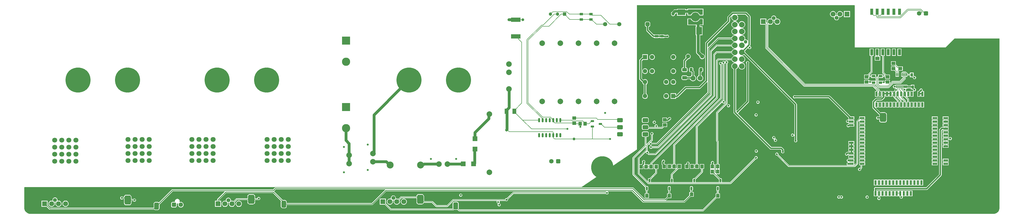
<source format=gtl>
G04*
G04 #@! TF.GenerationSoftware,Altium Limited,Altium Designer,23.9.2 (47)*
G04*
G04 Layer_Physical_Order=1*
G04 Layer_Color=255*
%FSLAX44Y44*%
%MOMM*%
G71*
G04*
G04 #@! TF.SameCoordinates,B1C0779B-3EB0-494A-A092-0BE117C51D64*
G04*
G04*
G04 #@! TF.FilePolarity,Positive*
G04*
G01*
G75*
%ADD13C,0.2540*%
%ADD14C,0.2000*%
G04:AMPARAMS|DCode=16|XSize=0.65mm|YSize=1.25mm|CornerRadius=0.1625mm|HoleSize=0mm|Usage=FLASHONLY|Rotation=180.000|XOffset=0mm|YOffset=0mm|HoleType=Round|Shape=RoundedRectangle|*
%AMROUNDEDRECTD16*
21,1,0.6500,0.9250,0,0,180.0*
21,1,0.3250,1.2500,0,0,180.0*
1,1,0.3250,-0.1625,0.4625*
1,1,0.3250,0.1625,0.4625*
1,1,0.3250,0.1625,-0.4625*
1,1,0.3250,-0.1625,-0.4625*
%
%ADD16ROUNDEDRECTD16*%
%ADD17R,1.7000X0.7400*%
%ADD18R,0.7400X1.7000*%
G04:AMPARAMS|DCode=19|XSize=0.6mm|YSize=1.45mm|CornerRadius=0.15mm|HoleSize=0mm|Usage=FLASHONLY|Rotation=0.000|XOffset=0mm|YOffset=0mm|HoleType=Round|Shape=RoundedRectangle|*
%AMROUNDEDRECTD19*
21,1,0.6000,1.1500,0,0,0.0*
21,1,0.3000,1.4500,0,0,0.0*
1,1,0.3000,0.1500,-0.5750*
1,1,0.3000,-0.1500,-0.5750*
1,1,0.3000,-0.1500,0.5750*
1,1,0.3000,0.1500,0.5750*
%
%ADD19ROUNDEDRECTD19*%
%ADD20R,2.0000X2.8000*%
%ADD21R,2.8000X2.0000*%
%ADD22R,1.3000X0.9000*%
%ADD23R,0.9000X1.3000*%
%ADD24R,1.6000X1.2000*%
%ADD25R,0.3050X1.0000*%
%ADD26R,1.0200X2.2000*%
%ADD27R,1.1500X1.3500*%
G04:AMPARAMS|DCode=28|XSize=1.5mm|YSize=2.1mm|CornerRadius=0.375mm|HoleSize=0mm|Usage=FLASHONLY|Rotation=90.000|XOffset=0mm|YOffset=0mm|HoleType=Round|Shape=RoundedRectangle|*
%AMROUNDEDRECTD28*
21,1,1.5000,1.3500,0,0,90.0*
21,1,0.7500,2.1000,0,0,90.0*
1,1,0.7500,0.6750,0.3750*
1,1,0.7500,0.6750,-0.3750*
1,1,0.7500,-0.6750,-0.3750*
1,1,0.7500,-0.6750,0.3750*
%
%ADD28ROUNDEDRECTD28*%
G04:AMPARAMS|DCode=29|XSize=3.3mm|YSize=2.3mm|CornerRadius=0.575mm|HoleSize=0mm|Usage=FLASHONLY|Rotation=270.000|XOffset=0mm|YOffset=0mm|HoleType=Round|Shape=RoundedRectangle|*
%AMROUNDEDRECTD29*
21,1,3.3000,1.1500,0,0,270.0*
21,1,2.1500,2.3000,0,0,270.0*
1,1,1.1500,-0.5750,-1.0750*
1,1,1.1500,-0.5750,1.0750*
1,1,1.1500,0.5750,1.0750*
1,1,1.1500,0.5750,-1.0750*
%
%ADD29ROUNDEDRECTD29*%
%ADD30R,1.3500X1.1500*%
%ADD31R,1.6800X1.8000*%
%ADD32R,1.8000X1.6800*%
G04:AMPARAMS|DCode=33|XSize=1.3mm|YSize=1.1mm|CornerRadius=0.275mm|HoleSize=0mm|Usage=FLASHONLY|Rotation=90.000|XOffset=0mm|YOffset=0mm|HoleType=Round|Shape=RoundedRectangle|*
%AMROUNDEDRECTD33*
21,1,1.3000,0.5500,0,0,90.0*
21,1,0.7500,1.1000,0,0,90.0*
1,1,0.5500,0.2750,0.3750*
1,1,0.5500,0.2750,-0.3750*
1,1,0.5500,-0.2750,-0.3750*
1,1,0.5500,-0.2750,0.3750*
%
%ADD33ROUNDEDRECTD33*%
G04:AMPARAMS|DCode=34|XSize=1.7mm|YSize=2.5mm|CornerRadius=0.425mm|HoleSize=0mm|Usage=FLASHONLY|Rotation=0.000|XOffset=0mm|YOffset=0mm|HoleType=Round|Shape=RoundedRectangle|*
%AMROUNDEDRECTD34*
21,1,1.7000,1.6500,0,0,0.0*
21,1,0.8500,2.5000,0,0,0.0*
1,1,0.8500,0.4250,-0.8250*
1,1,0.8500,-0.4250,-0.8250*
1,1,0.8500,-0.4250,0.8250*
1,1,0.8500,0.4250,0.8250*
%
%ADD34ROUNDEDRECTD34*%
G04:AMPARAMS|DCode=35|XSize=0.65mm|YSize=1.25mm|CornerRadius=0.1625mm|HoleSize=0mm|Usage=FLASHONLY|Rotation=90.000|XOffset=0mm|YOffset=0mm|HoleType=Round|Shape=RoundedRectangle|*
%AMROUNDEDRECTD35*
21,1,0.6500,0.9250,0,0,90.0*
21,1,0.3250,1.2500,0,0,90.0*
1,1,0.3250,0.4625,0.1625*
1,1,0.3250,0.4625,-0.1625*
1,1,0.3250,-0.4625,-0.1625*
1,1,0.3250,-0.4625,0.1625*
%
%ADD35ROUNDEDRECTD35*%
%ADD36R,1.4000X1.9500*%
%ADD37C,1.0000*%
%ADD38R,3.5000X1.5000*%
G04:AMPARAMS|DCode=39|XSize=1.75mm|YSize=1.25mm|CornerRadius=0.3125mm|HoleSize=0mm|Usage=FLASHONLY|Rotation=180.000|XOffset=0mm|YOffset=0mm|HoleType=Round|Shape=RoundedRectangle|*
%AMROUNDEDRECTD39*
21,1,1.7500,0.6250,0,0,180.0*
21,1,1.1250,1.2500,0,0,180.0*
1,1,0.6250,-0.5625,0.3125*
1,1,0.6250,0.5625,0.3125*
1,1,0.6250,0.5625,-0.3125*
1,1,0.6250,-0.5625,-0.3125*
%
%ADD39ROUNDEDRECTD39*%
%ADD84C,1.0000*%
%ADD85R,5.3000X0.9000*%
%ADD86C,0.5000*%
%ADD87C,1.8000*%
%ADD88R,1.8000X1.8000*%
%ADD89C,1.4000*%
%ADD90C,1.5000*%
%ADD91C,8.0000*%
%ADD92C,2.0000*%
%ADD93R,2.0000X2.0000*%
%ADD94C,1.3000*%
%ADD95C,2.5000*%
%ADD96C,9.0000*%
%ADD97R,2.9700X2.9700*%
%ADD98C,2.9700*%
%ADD99C,1.6000*%
%ADD100R,1.6000X1.6000*%
G04:AMPARAMS|DCode=101|XSize=1.6mm|YSize=1.6mm|CornerRadius=0.4mm|HoleSize=0mm|Usage=FLASHONLY|Rotation=180.000|XOffset=0mm|YOffset=0mm|HoleType=Round|Shape=RoundedRectangle|*
%AMROUNDEDRECTD101*
21,1,1.6000,0.8000,0,0,180.0*
21,1,0.8000,1.6000,0,0,180.0*
1,1,0.8000,-0.4000,0.4000*
1,1,0.8000,0.4000,0.4000*
1,1,0.8000,0.4000,-0.4000*
1,1,0.8000,-0.4000,-0.4000*
%
%ADD101ROUNDEDRECTD101*%
G04:AMPARAMS|DCode=102|XSize=1.5mm|YSize=1.5mm|CornerRadius=0.375mm|HoleSize=0mm|Usage=FLASHONLY|Rotation=180.000|XOffset=0mm|YOffset=0mm|HoleType=Round|Shape=RoundedRectangle|*
%AMROUNDEDRECTD102*
21,1,1.5000,0.7500,0,0,180.0*
21,1,0.7500,1.5000,0,0,180.0*
1,1,0.7500,-0.3750,0.3750*
1,1,0.7500,0.3750,0.3750*
1,1,0.7500,0.3750,-0.3750*
1,1,0.7500,-0.3750,-0.3750*
%
%ADD102ROUNDEDRECTD102*%
%ADD103C,1.2000*%
%ADD104R,1.2000X1.2000*%
%ADD105C,0.7000*%
G36*
X2981996Y752354D02*
X2982354Y751995D01*
X2982548Y751527D01*
Y600298D01*
X3308496D01*
X3340373Y632174D01*
X3341274Y632548D01*
X3501527D01*
X3501995Y632354D01*
X3502354Y631995D01*
X3502548Y631527D01*
X3502548Y631274D01*
X3502548Y21282D01*
X3502548Y21274D01*
Y19179D01*
X3501730Y15069D01*
X3500126Y11197D01*
X3497798Y7713D01*
X3494835Y4749D01*
X3491351Y2421D01*
X3487479Y817D01*
X3483369Y0D01*
X19179D01*
X15069Y817D01*
X11197Y2421D01*
X7713Y4749D01*
X4749Y7713D01*
X2421Y11197D01*
X817Y15069D01*
X0Y19179D01*
Y21274D01*
Y95527D01*
X194Y95995D01*
X552Y96354D01*
X1020Y96547D01*
X1274Y96547D01*
X2000882Y96548D01*
X2200250Y232198D01*
Y750516D01*
X2200035Y750806D01*
X2199974Y751525D01*
X2200299Y752169D01*
X2200913Y752548D01*
X2201274D01*
X2981274Y752548D01*
X2981527D01*
X2981996Y752354D01*
D02*
G37*
%LPC*%
G36*
X2388500Y739560D02*
X2388339Y739539D01*
X2383500D01*
X2383303Y739500D01*
X2381500D01*
Y737697D01*
X2381461Y737500D01*
Y737060D01*
X2376000D01*
Y738750D01*
X2344000D01*
Y737168D01*
X2336858D01*
X2335031Y736928D01*
X2333328Y736222D01*
X2331865Y735100D01*
X2325007Y728242D01*
X2323885Y726780D01*
X2323180Y725077D01*
X2322940Y723250D01*
Y720000D01*
X2323180Y718173D01*
X2323885Y716470D01*
X2325007Y715008D01*
X2326470Y713885D01*
X2328173Y713180D01*
X2330000Y712940D01*
X2331827Y713180D01*
X2333530Y713885D01*
X2334992Y715008D01*
X2336115Y716470D01*
X2336820Y718173D01*
X2337060Y720000D01*
Y720325D01*
X2339782Y723047D01*
X2344000D01*
Y714750D01*
X2376000D01*
Y722940D01*
X2381461D01*
Y717500D01*
X2381616Y716720D01*
X2382058Y716058D01*
X2382720Y715616D01*
X2383500Y715461D01*
X2393636D01*
X2393943Y715522D01*
X2394254Y715557D01*
X2394330Y715599D01*
X2394416Y715616D01*
X2394676Y715790D01*
X2394951Y715941D01*
X2395005Y716010D01*
X2395078Y716058D01*
X2395252Y716319D01*
X2395447Y716563D01*
X2396166Y717954D01*
X2397954Y720459D01*
X2400149Y722547D01*
X2402699Y724183D01*
X2405511Y725308D01*
X2408486Y725880D01*
X2411515Y725880D01*
X2414490Y725307D01*
X2417303Y724182D01*
X2419852Y722546D01*
X2422046Y720457D01*
X2423834Y717951D01*
X2424553Y716561D01*
X2424748Y716316D01*
X2424922Y716055D01*
X2424995Y716007D01*
X2425049Y715939D01*
X2425323Y715788D01*
X2425584Y715613D01*
X2425669Y715596D01*
X2425746Y715554D01*
X2426057Y715519D01*
X2426364Y715458D01*
X2436497D01*
X2436904Y715539D01*
X2437278Y715613D01*
X2437278Y715613D01*
X2437278Y715613D01*
X2437632Y715850D01*
X2437939Y716055D01*
X2437939Y716055D01*
X2437939Y716055D01*
X2438144Y716362D01*
X2438381Y716717D01*
X2438381Y716717D01*
X2438381Y716717D01*
X2438456Y717091D01*
X2438537Y717497D01*
X2438539Y737500D01*
X2438539Y737500D01*
X2438539Y737500D01*
X2438500Y737697D01*
Y739500D01*
X2436697D01*
X2436500Y739539D01*
X2436500Y739539D01*
X2436500Y739539D01*
X2388661D01*
X2388500Y739560D01*
D02*
G37*
G36*
X2930948Y731400D02*
X2928052D01*
X2925254Y730650D01*
X2922746Y729202D01*
X2920698Y727154D01*
X2919250Y724646D01*
X2918500Y721848D01*
Y718952D01*
X2918997Y717097D01*
X2918543Y716484D01*
X2917976Y716000D01*
X2916024D01*
X2915457Y716484D01*
X2915003Y717097D01*
X2915500Y718952D01*
Y721848D01*
X2914750Y724646D01*
X2913302Y727154D01*
X2911254Y729202D01*
X2908746Y730650D01*
X2905948Y731400D01*
X2903052D01*
X2900254Y730650D01*
X2897746Y729202D01*
X2895698Y727154D01*
X2894250Y724646D01*
X2893500Y721848D01*
Y718952D01*
X2894250Y716154D01*
X2895698Y713646D01*
X2897746Y711598D01*
X2900254Y710150D01*
X2903052Y709400D01*
X2905948D01*
X2907283Y709758D01*
X2908181Y708860D01*
X2908000Y708185D01*
Y705815D01*
X2908613Y703526D01*
X2909798Y701474D01*
X2911474Y699798D01*
X2913526Y698613D01*
X2915815Y698000D01*
X2918185D01*
X2920474Y698613D01*
X2922526Y699798D01*
X2924202Y701474D01*
X2925387Y703526D01*
X2926000Y705815D01*
Y708185D01*
X2925819Y708860D01*
X2926717Y709758D01*
X2928052Y709400D01*
X2930948D01*
X2933746Y710150D01*
X2936254Y711598D01*
X2938302Y713646D01*
X2939750Y716154D01*
X2940500Y718952D01*
Y721848D01*
X2939750Y724646D01*
X2938302Y727154D01*
X2936254Y729202D01*
X2933746Y730650D01*
X2930948Y731400D01*
D02*
G37*
G36*
X2965500D02*
X2943500D01*
Y709400D01*
X2965500D01*
Y731400D01*
D02*
G37*
G36*
X2692685Y715250D02*
X2690315D01*
X2688026Y714637D01*
X2685974Y713452D01*
X2684298Y711776D01*
X2683113Y709724D01*
X2682500Y707435D01*
Y705065D01*
X2682681Y704390D01*
X2681783Y703492D01*
X2680448Y703850D01*
X2677552D01*
X2674754Y703100D01*
X2672246Y701652D01*
X2670198Y699604D01*
X2668750Y697096D01*
X2668000Y694298D01*
Y691862D01*
X2666337Y690199D01*
X2666270Y690099D01*
X2665000Y690484D01*
Y703850D01*
X2643000D01*
Y681850D01*
X2661441D01*
Y598843D01*
X2661441Y598843D01*
X2661674Y597673D01*
X2662337Y596680D01*
X2799180Y459837D01*
X2799180Y459837D01*
X2800173Y459174D01*
X2801343Y458941D01*
X3047683D01*
X3061515Y445109D01*
X3061587Y444257D01*
X3061401Y443427D01*
X3060994Y443020D01*
X3054850D01*
Y422020D01*
X3066250D01*
Y437921D01*
X3066281Y437979D01*
X3067550Y437232D01*
Y422020D01*
X3078950D01*
Y443020D01*
X3073906D01*
X3073263Y443663D01*
X3072509Y444167D01*
Y447157D01*
X3072509Y447157D01*
X3072276Y448327D01*
X3071613Y449320D01*
X3071613Y449320D01*
X3055106Y465827D01*
X3055592Y467000D01*
X3056797D01*
X3057941Y466600D01*
X3058174Y465430D01*
X3058837Y464438D01*
X3068438Y454837D01*
X3068438Y454837D01*
X3069430Y454174D01*
X3070601Y453941D01*
X3070601Y453941D01*
X3103649D01*
X3103649Y453941D01*
X3104820Y454174D01*
X3105812Y454837D01*
X3119456Y468480D01*
X3146446D01*
X3146446Y468480D01*
X3147617Y468713D01*
X3148609Y469376D01*
X3164663Y485430D01*
X3164663Y485430D01*
X3165326Y486423D01*
X3165559Y487593D01*
X3165559Y487593D01*
Y494500D01*
X3171025D01*
Y498191D01*
X3180750D01*
Y492750D01*
X3189424D01*
X3191250Y490924D01*
Y490156D01*
X3192087Y488134D01*
X3193635Y486587D01*
X3195656Y485750D01*
X3197844D01*
X3199865Y486587D01*
X3201413Y488134D01*
X3202250Y490156D01*
Y492344D01*
X3201413Y494366D01*
X3199865Y495913D01*
X3197844Y496750D01*
X3195656D01*
X3194725Y496365D01*
X3193750Y497158D01*
Y509750D01*
X3180750D01*
Y504309D01*
X3172496D01*
Y505331D01*
X3172263Y506501D01*
X3171600Y507494D01*
X3171600Y507494D01*
X3171025Y508068D01*
Y508500D01*
X3170593D01*
X3167430Y511663D01*
X3166438Y512326D01*
X3165268Y512559D01*
X3165268Y512559D01*
X3154732D01*
X3154732Y512559D01*
X3153562Y512326D01*
X3152570Y511663D01*
X3152569Y511663D01*
X3150812Y509906D01*
X3150149Y508913D01*
X3150067Y508500D01*
X3148975D01*
Y494500D01*
X3155067D01*
X3155149Y494087D01*
X3155441Y493650D01*
Y490517D01*
X3143522Y478598D01*
X3116532D01*
X3116532Y478598D01*
X3115361Y478365D01*
X3114369Y477702D01*
X3114369Y477702D01*
X3109923Y473256D01*
X3108750Y473742D01*
Y483500D01*
X3091250D01*
Y479139D01*
X3089889D01*
X3089615Y479413D01*
X3087594Y480250D01*
X3085406D01*
X3083998Y479667D01*
X3083500Y480000D01*
Y480000D01*
X3068059D01*
Y489941D01*
X3071500D01*
X3071500Y489941D01*
X3071796Y490000D01*
X3083500D01*
Y493441D01*
X3091250D01*
Y486500D01*
X3108750D01*
Y502000D01*
X3095576D01*
X3087559Y510017D01*
Y570000D01*
X3090100D01*
Y596000D01*
X3075900D01*
Y570000D01*
X3081441D01*
Y508750D01*
X3081441Y508750D01*
X3081674Y507579D01*
X3082337Y506587D01*
X3088192Y500732D01*
X3087706Y499559D01*
X3083500D01*
Y503000D01*
X3066500D01*
Y497251D01*
X3066172Y496059D01*
X3065001Y495826D01*
X3064009Y495163D01*
X3064008Y495163D01*
X3062837Y493991D01*
X3062554Y493568D01*
X3061036Y493290D01*
X3059163Y495163D01*
X3058500Y495606D01*
Y503000D01*
X3041500D01*
Y499559D01*
X3036294D01*
X3035808Y500732D01*
X3045163Y510087D01*
X3045163Y510087D01*
X3045826Y511079D01*
X3046059Y512250D01*
X3046059Y512250D01*
Y570000D01*
X3050100D01*
Y596000D01*
X3035900D01*
Y570000D01*
X3039941D01*
Y513517D01*
X3028587Y502163D01*
X3028478Y502000D01*
X3016250D01*
Y486500D01*
X3033750D01*
Y493441D01*
X3041500D01*
Y490000D01*
X3053204D01*
X3053500Y489941D01*
X3053500Y489941D01*
X3055733D01*
X3057941Y487733D01*
Y480000D01*
X3041500D01*
X3041500Y480000D01*
X3040307Y480187D01*
X3038344Y481000D01*
X3036156D01*
X3035020Y480529D01*
X3033750Y481378D01*
Y483500D01*
X3016250D01*
Y469059D01*
X2804267D01*
X2671559Y601767D01*
Y683016D01*
X2672829Y683711D01*
X2674754Y682600D01*
X2677552Y681850D01*
X2680448D01*
X2683246Y682600D01*
X2685754Y684048D01*
X2687802Y686096D01*
X2689250Y688604D01*
X2690000Y691402D01*
Y694298D01*
X2689503Y696153D01*
X2689957Y696767D01*
X2690524Y697250D01*
X2692476D01*
X2693043Y696767D01*
X2693497Y696153D01*
X2693000Y694298D01*
Y691402D01*
X2693750Y688604D01*
X2695198Y686096D01*
X2697246Y684048D01*
X2699754Y682600D01*
X2702552Y681850D01*
X2705448D01*
X2708246Y682600D01*
X2710754Y684048D01*
X2712802Y686096D01*
X2714250Y688604D01*
X2715000Y691402D01*
Y694298D01*
X2714250Y697096D01*
X2712802Y699604D01*
X2710754Y701652D01*
X2708246Y703100D01*
X2705448Y703850D01*
X2702552D01*
X2701217Y703492D01*
X2700319Y704390D01*
X2700500Y705065D01*
Y707435D01*
X2699886Y709724D01*
X2698702Y711776D01*
X2697026Y713452D01*
X2694974Y714637D01*
X2692685Y715250D01*
D02*
G37*
G36*
X2241950Y693363D02*
X2234450D01*
X2232207Y692916D01*
X2230305Y691646D01*
X2229034Y689743D01*
X2228587Y687500D01*
Y680000D01*
X2229034Y677757D01*
X2230305Y675854D01*
X2232207Y674584D01*
X2233612Y674304D01*
Y661800D01*
X2233961Y660044D01*
X2234956Y658556D01*
X2256256Y637256D01*
X2257744Y636261D01*
X2259500Y635912D01*
X2261500D01*
Y634000D01*
X2278500D01*
Y635912D01*
X2281500D01*
Y634000D01*
X2298500D01*
Y635412D01*
X2306810D01*
X2306884Y635337D01*
X2308906Y634500D01*
X2311094D01*
X2313116Y635337D01*
X2314663Y636884D01*
X2315500Y638906D01*
Y641094D01*
X2314663Y643115D01*
X2313116Y644663D01*
X2311094Y645500D01*
X2308906D01*
X2306884Y644663D01*
X2306810Y644588D01*
X2298500D01*
Y647000D01*
X2281500D01*
Y645088D01*
X2278500D01*
Y647000D01*
X2261500D01*
Y646785D01*
X2260230Y646259D01*
X2242788Y663700D01*
Y674304D01*
X2244194Y674584D01*
X2246095Y675854D01*
X2247366Y677757D01*
X2247813Y680000D01*
Y687500D01*
X2247366Y689743D01*
X2246095Y691646D01*
X2244194Y692916D01*
X2241950Y693363D01*
D02*
G37*
G36*
X2591000Y728088D02*
X2544250D01*
X2542494Y727739D01*
X2541006Y726744D01*
X2526506Y712244D01*
X2525511Y710756D01*
X2525162Y709000D01*
Y696900D01*
X2446648Y618387D01*
X2445654Y616898D01*
X2445304Y615143D01*
X2445412Y614602D01*
Y481900D01*
X2423150Y459638D01*
X2375305D01*
X2373549Y459289D01*
X2372061Y458294D01*
X2342074Y428308D01*
X2340800D01*
Y434600D01*
X2320800D01*
Y414600D01*
X2340800D01*
Y419132D01*
X2343975D01*
X2345731Y419481D01*
X2347219Y420475D01*
X2377206Y450462D01*
X2425050D01*
X2426806Y450811D01*
X2428294Y451806D01*
X2451993Y475504D01*
X2453166Y475018D01*
Y438381D01*
X2270619Y255834D01*
X2253944D01*
X2252616Y257163D01*
X2251538Y257609D01*
X2251240Y259107D01*
X2255925Y263791D01*
X2255925Y263791D01*
X2256588Y264784D01*
X2256821Y265954D01*
X2256821Y265954D01*
Y284314D01*
X2256877Y284337D01*
X2258425Y285884D01*
X2259262Y287906D01*
Y290094D01*
X2258425Y292115D01*
X2256877Y293663D01*
X2254856Y294500D01*
X2252668D01*
X2250646Y293663D01*
X2249099Y292115D01*
X2248262Y290094D01*
Y287906D01*
X2249099Y285884D01*
X2250646Y284337D01*
X2250703Y284314D01*
Y267221D01*
X2235232Y251750D01*
X2234059Y252236D01*
Y277387D01*
X2237000D01*
X2239243Y277834D01*
X2241145Y279104D01*
X2242416Y281007D01*
X2242863Y283250D01*
Y290750D01*
X2242416Y292994D01*
X2241145Y294895D01*
X2239243Y296166D01*
X2237000Y296613D01*
X2223500D01*
X2221257Y296166D01*
X2219355Y294895D01*
X2218084Y292994D01*
X2217637Y290750D01*
Y283250D01*
X2218084Y281007D01*
X2219355Y279104D01*
X2221257Y277834D01*
X2223500Y277387D01*
X2227941D01*
Y246495D01*
X2185250Y203804D01*
X2184587Y202811D01*
X2184354Y201641D01*
X2184354Y201640D01*
Y142587D01*
X2184354Y142587D01*
X2184587Y141417D01*
X2185250Y140424D01*
X2230179Y95495D01*
Y86875D01*
X2230460Y85461D01*
X2231261Y84262D01*
X2232441Y83473D01*
Y73750D01*
X2228000D01*
Y56250D01*
X2243500D01*
Y73750D01*
X2238559D01*
Y83473D01*
X2239738Y84262D01*
X2240540Y85461D01*
X2240821Y86875D01*
Y96125D01*
X2240540Y97539D01*
X2239738Y98738D01*
X2238539Y99540D01*
X2237125Y99821D01*
X2234505D01*
X2190471Y143854D01*
Y200374D01*
X2230768Y240670D01*
X2231941Y240184D01*
Y231088D01*
X2204087Y203234D01*
X2203424Y202242D01*
X2203191Y201071D01*
X2203191Y201071D01*
Y145959D01*
X2203191Y145959D01*
X2203424Y144789D01*
X2204087Y143796D01*
X2239296Y108587D01*
X2239296Y108587D01*
X2240289Y107924D01*
X2241459Y107691D01*
X2536220D01*
X2536220Y107691D01*
X2537391Y107924D01*
X2538383Y108587D01*
X2626820Y197024D01*
X2626877Y197000D01*
X2629064D01*
X2631086Y197837D01*
X2632633Y199384D01*
X2633470Y201406D01*
Y203594D01*
X2632633Y205616D01*
X2631086Y207163D01*
X2629064Y208000D01*
X2626877D01*
X2624855Y207163D01*
X2623308Y205616D01*
X2622470Y203594D01*
Y201406D01*
X2622494Y201349D01*
X2534953Y113809D01*
X2506304D01*
X2505262Y115079D01*
X2505321Y115375D01*
Y124625D01*
X2505040Y126039D01*
X2504238Y127239D01*
X2503039Y128040D01*
X2501625Y128321D01*
X2499394D01*
X2485638Y142077D01*
X2486124Y143250D01*
X2497610D01*
Y160750D01*
X2497610D01*
Y161963D01*
X2497610D01*
Y179463D01*
X2492919D01*
Y261147D01*
X2492686Y262318D01*
X2492023Y263310D01*
X2492023Y263310D01*
X2491059Y264275D01*
Y363983D01*
X2524163Y397087D01*
X2524163Y397087D01*
X2524826Y398079D01*
X2525059Y399250D01*
X2525059Y399250D01*
Y542314D01*
X2525116Y542337D01*
X2526663Y543885D01*
X2527500Y545906D01*
Y548094D01*
X2526663Y550116D01*
X2525116Y551663D01*
X2523094Y552500D01*
X2520906D01*
X2518884Y551663D01*
X2517337Y550116D01*
X2516967Y549221D01*
X2516880Y549171D01*
X2515509Y549019D01*
X2514366Y550163D01*
X2512344Y551000D01*
X2510156D01*
X2508134Y550163D01*
X2506587Y548615D01*
X2505891Y546934D01*
X2504879Y546563D01*
X2504480Y546548D01*
X2503866Y547163D01*
X2501844Y548000D01*
X2499656D01*
X2497634Y547163D01*
X2496087Y545616D01*
X2495250Y543594D01*
Y541406D01*
X2496087Y539384D01*
X2497634Y537837D01*
X2499656Y537000D01*
X2499941D01*
Y418767D01*
X2331730Y250556D01*
X2331067Y249563D01*
X2330834Y248393D01*
X2330834Y248393D01*
Y179463D01*
X2326143D01*
Y173771D01*
X2324464D01*
Y179463D01*
X2308964D01*
Y161963D01*
X2324464D01*
Y167654D01*
X2326143D01*
Y161963D01*
X2338658D01*
X2339144Y160789D01*
X2323337Y144983D01*
X2322674Y143990D01*
X2322441Y142820D01*
X2322441Y142820D01*
Y128027D01*
X2321261Y127239D01*
X2320460Y126039D01*
X2320179Y124625D01*
Y115375D01*
X2320238Y115079D01*
X2319196Y113809D01*
X2251304D01*
X2250262Y115079D01*
X2250321Y115375D01*
Y123995D01*
X2271342Y145016D01*
X2271342Y145016D01*
X2272005Y146008D01*
X2272238Y147179D01*
X2272237Y147179D01*
Y161250D01*
X2276929D01*
Y178750D01*
X2261429D01*
Y161250D01*
X2266120D01*
Y148446D01*
X2245995Y128321D01*
X2243375D01*
X2241961Y128040D01*
X2240762Y127239D01*
X2239960Y126039D01*
X2239679Y124625D01*
Y118515D01*
X2238506Y118029D01*
X2209309Y147226D01*
Y161250D01*
X2222750D01*
Y172261D01*
X2224577Y174088D01*
X2225750Y173602D01*
Y161250D01*
X2241250D01*
Y166941D01*
X2242929D01*
Y161250D01*
X2258429D01*
Y178750D01*
X2254387D01*
Y180561D01*
X2489913Y416087D01*
X2489913Y416087D01*
X2490576Y417079D01*
X2490809Y418250D01*
Y551733D01*
X2493439Y554363D01*
X2540167D01*
X2540568Y552868D01*
X2542148Y550132D01*
X2544382Y547898D01*
X2547118Y546318D01*
X2549583Y545657D01*
Y544343D01*
X2547118Y543682D01*
X2544382Y542102D01*
X2542148Y539868D01*
X2540568Y537132D01*
X2539750Y534080D01*
Y530920D01*
X2540568Y527868D01*
X2542148Y525132D01*
X2544382Y522898D01*
X2547118Y521318D01*
X2547162Y521306D01*
Y365936D01*
X2547511Y364180D01*
X2548506Y362692D01*
X2678192Y233006D01*
X2679680Y232011D01*
X2681436Y231662D01*
X2716100D01*
X2719442Y228319D01*
Y226637D01*
X2719368Y226563D01*
X2718531Y224541D01*
Y222353D01*
X2719368Y220332D01*
X2720915Y218785D01*
X2722936Y217947D01*
X2725125D01*
X2727146Y218785D01*
X2728693Y220332D01*
X2729531Y222353D01*
Y224541D01*
X2728693Y226563D01*
X2728619Y226637D01*
Y230219D01*
X2728269Y231975D01*
X2727275Y233464D01*
X2721244Y239494D01*
X2719756Y240489D01*
X2718000Y240838D01*
X2683337D01*
X2562770Y361405D01*
X2563068Y362903D01*
X2564116Y363337D01*
X2565663Y364884D01*
X2566500Y366906D01*
Y367011D01*
X2601244Y401756D01*
X2602239Y403244D01*
X2602588Y405000D01*
Y541810D01*
X2602663Y541884D01*
X2603500Y543906D01*
Y546094D01*
X2602663Y548116D01*
X2601115Y549663D01*
X2599094Y550500D01*
X2596906D01*
X2594885Y549663D01*
X2593337Y548116D01*
X2592500Y546094D01*
Y543906D01*
X2593337Y541884D01*
X2593412Y541810D01*
Y406900D01*
X2560011Y373500D01*
X2559906D01*
X2557885Y372663D01*
X2557511Y372290D01*
X2556338Y372776D01*
Y521306D01*
X2556382Y521318D01*
X2559118Y522898D01*
X2561353Y525132D01*
X2562932Y527868D01*
X2563593Y530333D01*
X2564908D01*
X2565568Y527868D01*
X2567148Y525132D01*
X2569382Y522898D01*
X2572118Y521318D01*
X2575170Y520500D01*
X2578330D01*
X2581382Y521318D01*
X2584118Y522898D01*
X2586353Y525132D01*
X2587932Y527868D01*
X2588750Y530920D01*
Y534080D01*
X2587932Y537132D01*
X2586353Y539868D01*
X2584118Y542102D01*
X2581382Y543682D01*
X2578917Y544343D01*
Y545657D01*
X2581382Y546318D01*
X2584118Y547898D01*
X2586353Y550132D01*
X2587932Y552868D01*
X2588750Y555920D01*
Y559080D01*
X2587932Y562132D01*
X2586353Y564868D01*
X2584118Y567102D01*
X2581382Y568682D01*
X2578917Y569343D01*
Y570657D01*
X2581382Y571318D01*
X2584118Y572898D01*
X2584745Y573525D01*
X2585047Y573465D01*
X2765662Y392850D01*
Y285358D01*
X2764392Y285105D01*
X2763663Y286866D01*
X2762115Y288413D01*
X2760094Y289250D01*
X2757906D01*
X2755884Y288413D01*
X2754337Y286866D01*
X2753500Y284844D01*
Y282656D01*
X2754337Y280634D01*
X2755884Y279087D01*
X2757906Y278250D01*
X2760094D01*
X2762115Y279087D01*
X2763663Y280634D01*
X2764392Y282395D01*
X2765662Y282142D01*
Y266940D01*
X2765337Y266616D01*
X2764500Y264594D01*
Y262406D01*
X2765337Y260385D01*
X2766884Y258837D01*
X2768906Y258000D01*
X2771094D01*
X2773116Y258837D01*
X2774662Y260385D01*
X2775500Y262406D01*
Y264594D01*
X2774838Y266192D01*
Y394750D01*
X2774489Y396506D01*
X2773494Y397994D01*
X2590244Y581245D01*
X2588755Y582240D01*
X2588750Y582241D01*
Y584080D01*
X2587932Y587132D01*
X2587910Y587171D01*
X2598276Y597537D01*
X2599774Y597239D01*
X2600208Y596191D01*
X2601755Y594644D01*
X2603777Y593807D01*
X2605965D01*
X2607986Y594644D01*
X2609533Y596191D01*
X2610371Y598213D01*
Y600401D01*
X2609533Y602422D01*
X2607986Y603970D01*
X2606938Y604404D01*
X2606611Y605400D01*
X2606602Y605918D01*
X2607489Y607244D01*
X2607838Y609000D01*
Y711321D01*
X2607489Y713077D01*
X2606494Y714565D01*
X2606315Y714744D01*
X2606101Y714887D01*
X2594244Y726744D01*
X2592756Y727739D01*
X2591000Y728088D01*
D02*
G37*
G36*
X3150100Y596000D02*
X3135900D01*
Y570000D01*
X3150100D01*
Y596000D01*
D02*
G37*
G36*
X3130100D02*
X3115900D01*
Y570000D01*
X3130100D01*
Y596000D01*
D02*
G37*
G36*
X3110100D02*
X3095900D01*
Y570000D01*
X3110100D01*
Y596000D01*
D02*
G37*
G36*
X2393636Y704542D02*
X2383503D01*
X2383096Y704461D01*
X2382722Y704387D01*
X2382722Y704387D01*
X2382722Y704387D01*
X2382368Y704150D01*
X2382061Y703945D01*
X2382061Y703945D01*
X2382061Y703945D01*
X2381856Y703638D01*
X2381619Y703283D01*
X2381619Y703283D01*
X2381619Y703283D01*
X2381544Y702909D01*
X2381463Y702503D01*
X2381461Y682500D01*
X2381461Y682500D01*
X2381461Y682500D01*
X2381500Y682303D01*
Y680500D01*
X2383303D01*
X2383500Y680461D01*
X2383500Y680461D01*
X2383500Y680461D01*
X2407495D01*
X2408173Y680180D01*
X2410000Y679940D01*
X2412940D01*
Y676000D01*
X2411250D01*
Y644000D01*
X2412940D01*
Y582000D01*
X2413180Y580173D01*
X2413885Y578470D01*
X2415008Y577008D01*
X2425000Y567015D01*
Y566249D01*
X2425647Y563833D01*
X2426898Y561667D01*
X2428667Y559898D01*
X2430833Y558647D01*
X2433249Y558000D01*
X2435751D01*
X2438167Y558647D01*
X2440333Y559898D01*
X2442102Y561667D01*
X2443353Y563833D01*
X2444000Y566249D01*
Y568751D01*
X2443353Y571167D01*
X2442102Y573333D01*
X2440333Y575102D01*
X2438167Y576353D01*
X2435751Y577000D01*
X2434985D01*
X2427060Y584925D01*
Y644000D01*
X2435250D01*
Y676000D01*
X2427060D01*
Y680461D01*
X2436500D01*
X2436697Y680500D01*
X2438500D01*
Y682303D01*
X2438539Y682500D01*
Y702500D01*
X2438384Y703280D01*
X2437942Y703942D01*
X2437280Y704384D01*
X2436500Y704539D01*
X2426364D01*
X2426057Y704478D01*
X2425746Y704443D01*
X2425669Y704401D01*
X2425584Y704384D01*
X2425323Y704210D01*
X2425049Y704059D01*
X2424995Y703990D01*
X2424922Y703942D01*
X2424748Y703681D01*
X2424553Y703437D01*
X2423834Y702046D01*
X2422045Y699541D01*
X2419851Y697452D01*
X2417302Y695817D01*
X2414489Y694692D01*
X2411514Y694120D01*
X2408485Y694120D01*
X2405510Y694693D01*
X2402697Y695818D01*
X2400148Y697454D01*
X2397954Y699543D01*
X2396166Y702048D01*
X2395447Y703439D01*
X2395252Y703684D01*
X2395078Y703945D01*
X2395005Y703993D01*
X2394951Y704061D01*
X2394677Y704212D01*
X2394416Y704387D01*
X2394331Y704404D01*
X2394254Y704446D01*
X2393943Y704481D01*
X2393636Y704542D01*
D02*
G37*
G36*
X2332117Y575400D02*
X2329483D01*
X2326940Y574719D01*
X2324660Y573402D01*
X2322798Y571540D01*
X2321481Y569260D01*
X2320800Y566716D01*
Y564084D01*
X2321481Y561540D01*
X2322798Y559260D01*
X2324660Y557398D01*
X2326940Y556082D01*
X2329483Y555400D01*
X2332117D01*
X2334660Y556082D01*
X2336940Y557398D01*
X2338802Y559260D01*
X2340119Y561540D01*
X2340800Y564084D01*
Y566716D01*
X2340119Y569260D01*
X2338802Y571540D01*
X2336940Y573402D01*
X2334660Y574719D01*
X2332117Y575400D01*
D02*
G37*
G36*
X2255916D02*
X2253284D01*
X2250740Y574719D01*
X2248460Y573402D01*
X2246598Y571540D01*
X2245282Y569260D01*
X2244600Y566716D01*
Y564084D01*
X2245282Y561540D01*
X2246598Y559260D01*
X2248460Y557398D01*
X2250740Y556082D01*
X2253284Y555400D01*
X2255916D01*
X2258460Y556082D01*
X2260740Y557398D01*
X2262602Y559260D01*
X2263918Y561540D01*
X2264600Y564084D01*
Y566716D01*
X2263918Y569260D01*
X2262602Y571540D01*
X2260740Y573402D01*
X2258460Y574719D01*
X2255916Y575400D01*
D02*
G37*
G36*
X3070100Y596000D02*
X3055900D01*
Y570000D01*
X3060941D01*
Y568500D01*
X3054000D01*
Y552500D01*
X3074000D01*
Y568500D01*
X3067059D01*
Y570000D01*
X3070100D01*
Y596000D01*
D02*
G37*
G36*
X2384951Y577000D02*
X2382449D01*
X2380033Y576353D01*
X2377867Y575102D01*
X2376098Y573333D01*
X2374847Y571167D01*
X2374200Y568751D01*
Y566249D01*
X2374847Y563833D01*
X2375524Y562662D01*
X2368006Y555144D01*
X2367011Y553656D01*
X2366662Y551900D01*
Y527850D01*
X2365625D01*
X2363625Y527453D01*
X2361930Y526320D01*
X2360797Y524625D01*
X2360400Y522625D01*
Y516375D01*
X2360797Y514375D01*
X2361930Y512680D01*
X2363625Y511547D01*
X2365625Y511150D01*
X2376875D01*
X2378875Y511547D01*
X2380570Y512680D01*
X2381703Y514375D01*
X2382100Y516375D01*
Y522625D01*
X2381703Y524625D01*
X2380570Y526320D01*
X2378875Y527453D01*
X2376875Y527850D01*
X2375838D01*
Y550000D01*
X2383839Y558000D01*
X2384951D01*
X2387367Y558647D01*
X2389533Y559898D01*
X2391302Y561667D01*
X2392553Y563833D01*
X2393200Y566249D01*
Y568751D01*
X2392553Y571167D01*
X2391302Y573333D01*
X2389533Y575102D01*
X2387367Y576353D01*
X2384951Y577000D01*
D02*
G37*
G36*
X2332117Y524600D02*
X2329483D01*
X2326940Y523918D01*
X2324660Y522602D01*
X2322798Y520740D01*
X2321481Y518460D01*
X2320800Y515916D01*
Y513284D01*
X2321481Y510740D01*
X2322798Y508460D01*
X2324660Y506598D01*
X2326940Y505281D01*
X2329483Y504600D01*
X2332117D01*
X2334660Y505281D01*
X2336940Y506598D01*
X2338802Y508460D01*
X2340119Y510740D01*
X2340800Y513284D01*
Y515916D01*
X2340119Y518460D01*
X2338802Y520740D01*
X2336940Y522602D01*
X2334660Y523918D01*
X2332117Y524600D01*
D02*
G37*
G36*
X2255916D02*
X2253284D01*
X2250740Y523918D01*
X2248460Y522602D01*
X2246598Y520740D01*
X2245282Y518460D01*
X2244600Y515916D01*
Y513284D01*
X2245282Y510740D01*
X2246598Y508460D01*
X2248460Y506598D01*
X2250740Y505281D01*
X2253284Y504600D01*
X2255916D01*
X2258460Y505281D01*
X2260740Y506598D01*
X2262602Y508460D01*
X2263918Y510740D01*
X2264600Y513284D01*
Y515916D01*
X2263918Y518460D01*
X2262602Y520740D01*
X2260740Y522602D01*
X2258460Y523918D01*
X2255916Y524600D01*
D02*
G37*
G36*
X2230517D02*
X2227883D01*
X2225340Y523918D01*
X2223060Y522602D01*
X2221198Y520740D01*
X2219881Y518460D01*
X2219200Y515916D01*
Y513284D01*
X2219881Y510740D01*
X2221198Y508460D01*
X2223060Y506598D01*
X2225340Y505281D01*
X2227883Y504600D01*
X2230517D01*
X2233060Y505281D01*
X2235340Y506598D01*
X2237202Y508460D01*
X2238519Y510740D01*
X2239200Y513284D01*
Y515916D01*
X2238519Y518460D01*
X2237202Y520740D01*
X2235340Y522602D01*
X2233060Y523918D01*
X2230517Y524600D01*
D02*
G37*
G36*
X2398000Y528093D02*
X2392500D01*
X2390647Y527724D01*
X2389075Y526674D01*
X2388026Y525103D01*
X2387657Y523250D01*
Y515750D01*
X2388026Y513897D01*
X2389075Y512326D01*
X2390647Y511276D01*
X2392500Y510907D01*
X2396219D01*
X2396662Y510464D01*
Y499553D01*
X2394496Y498302D01*
X2392448Y496254D01*
X2391630Y494838D01*
X2381959D01*
X2381703Y496125D01*
X2380570Y497820D01*
X2378875Y498953D01*
X2376875Y499350D01*
X2365625D01*
X2363625Y498953D01*
X2361930Y497820D01*
X2360797Y496125D01*
X2360400Y494125D01*
Y487875D01*
X2360797Y485875D01*
X2361930Y484180D01*
X2363625Y483047D01*
X2365625Y482650D01*
X2376875D01*
X2378875Y483047D01*
X2380570Y484180D01*
X2381560Y485662D01*
X2390890D01*
X2391000Y485254D01*
X2392448Y482746D01*
X2394496Y480698D01*
X2397004Y479250D01*
X2399802Y478500D01*
X2402698D01*
X2405496Y479250D01*
X2408004Y480698D01*
X2410052Y482746D01*
X2411500Y485254D01*
X2412250Y488052D01*
Y490948D01*
X2411500Y493746D01*
X2410052Y496254D01*
X2408004Y498302D01*
X2405838Y499553D01*
Y512365D01*
X2405489Y514120D01*
X2404494Y515609D01*
X2402843Y517260D01*
Y523250D01*
X2402474Y525103D01*
X2401425Y526674D01*
X2399853Y527724D01*
X2398000Y528093D01*
D02*
G37*
G36*
X3130000Y550000D02*
X3112500D01*
Y534500D01*
X3125674D01*
X3127501Y532673D01*
X3127015Y531500D01*
X3112500D01*
Y516000D01*
X3125674D01*
X3129191Y512483D01*
Y508500D01*
X3128975D01*
Y494500D01*
X3141025D01*
Y508500D01*
X3140559D01*
Y514733D01*
X3141826Y516000D01*
X3155000D01*
Y531500D01*
X3141796D01*
X3141500Y531559D01*
X3141500Y531559D01*
X3137267D01*
X3130000Y538826D01*
Y550000D01*
D02*
G37*
G36*
X2433000Y528093D02*
X2427500D01*
X2425647Y527724D01*
X2424075Y526674D01*
X2423026Y525103D01*
X2422657Y523250D01*
Y521773D01*
X2422311Y521256D01*
X2421962Y519500D01*
X2422062Y518997D01*
Y499553D01*
X2419896Y498302D01*
X2417848Y496254D01*
X2416400Y493746D01*
X2415650Y490948D01*
Y488052D01*
X2416400Y485254D01*
X2417848Y482746D01*
X2419896Y480698D01*
X2422404Y479250D01*
X2425202Y478500D01*
X2428098D01*
X2430896Y479250D01*
X2433404Y480698D01*
X2435452Y482746D01*
X2436900Y485254D01*
X2437650Y488052D01*
Y490948D01*
X2436900Y493746D01*
X2435452Y496254D01*
X2433404Y498302D01*
X2431238Y499553D01*
Y510907D01*
X2433000D01*
X2434853Y511276D01*
X2436425Y512326D01*
X2437474Y513897D01*
X2437843Y515750D01*
Y523250D01*
X2437474Y525103D01*
X2436425Y526674D01*
X2434853Y527724D01*
X2433000Y528093D01*
D02*
G37*
G36*
X2332117Y485400D02*
X2329483D01*
X2326940Y484719D01*
X2324660Y483402D01*
X2322798Y481540D01*
X2321481Y479260D01*
X2320800Y476716D01*
Y474084D01*
X2321481Y471540D01*
X2322798Y469260D01*
X2324660Y467398D01*
X2326940Y466082D01*
X2329483Y465400D01*
X2332117D01*
X2334660Y466082D01*
X2336940Y467398D01*
X2338802Y469260D01*
X2340119Y471540D01*
X2340800Y474084D01*
Y476716D01*
X2340119Y479260D01*
X2338802Y481540D01*
X2336940Y483402D01*
X2334660Y484719D01*
X2332117Y485400D01*
D02*
G37*
G36*
X2306716D02*
X2304084D01*
X2301540Y484719D01*
X2299260Y483402D01*
X2297398Y481540D01*
X2296082Y479260D01*
X2295400Y476716D01*
Y474084D01*
X2296082Y471540D01*
X2297398Y469260D01*
X2299260Y467398D01*
X2301540Y466082D01*
X2304084Y465400D01*
X2306716D01*
X2309260Y466082D01*
X2311540Y467398D01*
X2313402Y469260D01*
X2314718Y471540D01*
X2315400Y474084D01*
Y476716D01*
X2314718Y479260D01*
X2313402Y481540D01*
X2311540Y483402D01*
X2309260Y484719D01*
X2306716Y485400D01*
D02*
G37*
G36*
X3197000Y465500D02*
X3184000D01*
Y462338D01*
X3171025D01*
Y465500D01*
X3128975D01*
Y464212D01*
X3127705Y463436D01*
X3126344Y464000D01*
X3124156D01*
X3122134Y463163D01*
X3120587Y461615D01*
X3119750Y459594D01*
Y457406D01*
X3120587Y455384D01*
X3122134Y453837D01*
X3124156Y453000D01*
X3126344D01*
X3127444Y453455D01*
X3128535Y452735D01*
X3128493Y451676D01*
X3127677Y451338D01*
X3126130Y449790D01*
X3125292Y447769D01*
Y445581D01*
X3125982Y443917D01*
X3125084Y443020D01*
X3118350D01*
Y435600D01*
X3117080Y435041D01*
X3117050Y435068D01*
Y443020D01*
X3105650D01*
Y437588D01*
X3104350D01*
Y443020D01*
X3092950D01*
Y437588D01*
X3091650D01*
Y443020D01*
X3080250D01*
Y422020D01*
X3080250Y422020D01*
X3080250D01*
X3079726Y420965D01*
X3076849Y418088D01*
X3060000D01*
X3058244Y417739D01*
X3056756Y416744D01*
X3046996Y406984D01*
X3046001Y405496D01*
X3045652Y403740D01*
Y384636D01*
X3045662Y384586D01*
Y384000D01*
X3046011Y382244D01*
X3047006Y380756D01*
X3069511Y358250D01*
X3070433Y357634D01*
Y350588D01*
X3068440D01*
X3068365Y350663D01*
X3066344Y351500D01*
X3064156D01*
X3062134Y350663D01*
X3060587Y349115D01*
X3059750Y347094D01*
Y344906D01*
X3060587Y342884D01*
X3062134Y341337D01*
X3064156Y340500D01*
X3066344D01*
X3068365Y341337D01*
X3068440Y341412D01*
X3070433D01*
Y336750D01*
X3070699Y334727D01*
X3071480Y332842D01*
X3072722Y331223D01*
X3074342Y329980D01*
X3076227Y329199D01*
X3078250Y328933D01*
X3089750D01*
X3091773Y329199D01*
X3093658Y329980D01*
X3095277Y331223D01*
X3096519Y332842D01*
X3097300Y334727D01*
X3097567Y336750D01*
Y358250D01*
X3097300Y360273D01*
X3096519Y362158D01*
X3095277Y363777D01*
X3093658Y365020D01*
X3091773Y365801D01*
X3089750Y366067D01*
X3078250D01*
X3076227Y365801D01*
X3075409Y365462D01*
X3075011Y365727D01*
X3058892Y381847D01*
X3059378Y383020D01*
X3066250D01*
Y404020D01*
X3058668D01*
X3058182Y405193D01*
X3061901Y408912D01*
X3078750D01*
X3080506Y409261D01*
X3081994Y410256D01*
X3089591Y417852D01*
X3090586Y419341D01*
X3090935Y421097D01*
Y422020D01*
X3091650D01*
Y428412D01*
X3092950D01*
Y422020D01*
X3104350D01*
Y428412D01*
X3105650D01*
Y422020D01*
X3117050D01*
Y430932D01*
X3117080Y430959D01*
X3118350Y430400D01*
Y422020D01*
X3121294D01*
X3122291Y421400D01*
X3122524Y420229D01*
X3123187Y419237D01*
X3134991Y407433D01*
Y404020D01*
X3131050D01*
Y383020D01*
X3142450D01*
Y404020D01*
X3141109D01*
Y408700D01*
X3141109Y408700D01*
X3140876Y409871D01*
X3140213Y410863D01*
X3140213Y410863D01*
X3130182Y420894D01*
X3129750Y422020D01*
X3129750D01*
X3129750Y422020D01*
Y437839D01*
X3129780Y437859D01*
X3131050Y437180D01*
Y422020D01*
X3134157D01*
X3134991Y421157D01*
X3135224Y419986D01*
X3135887Y418994D01*
X3144991Y409890D01*
Y404020D01*
X3143750D01*
Y383020D01*
X3155150D01*
Y404020D01*
X3151109D01*
Y411157D01*
X3151109Y411157D01*
X3150876Y412327D01*
X3151927Y413041D01*
X3158941Y406026D01*
Y404020D01*
X3156450D01*
Y383020D01*
X3167850D01*
Y404020D01*
X3165059D01*
Y407293D01*
X3165059Y407293D01*
X3164826Y408464D01*
X3164163Y409456D01*
X3164163Y409456D01*
X3153809Y419810D01*
Y422020D01*
X3155150D01*
Y437602D01*
X3156420Y438281D01*
X3156450Y438261D01*
Y422020D01*
X3162149D01*
X3162253Y421501D01*
X3162916Y420509D01*
X3171441Y411983D01*
Y404020D01*
X3169150D01*
Y383020D01*
X3180550D01*
Y404020D01*
X3177559D01*
Y413250D01*
X3177326Y414421D01*
X3176663Y415413D01*
X3176663Y415413D01*
X3171229Y420847D01*
X3171715Y422020D01*
X3180550D01*
Y443020D01*
X3169150D01*
Y439202D01*
X3167880Y438601D01*
X3167850Y438626D01*
Y443020D01*
X3166019D01*
X3165493Y444290D01*
X3166087Y444884D01*
X3166925Y446906D01*
Y449094D01*
X3166454Y450230D01*
X3167303Y451500D01*
X3171025D01*
Y453162D01*
X3184000D01*
Y448500D01*
X3191368D01*
Y446499D01*
X3192206Y444477D01*
X3192393Y444290D01*
X3191867Y443020D01*
X3181850D01*
Y422020D01*
X3193250D01*
Y441773D01*
X3194520Y442612D01*
X3195774Y442093D01*
X3197962D01*
X3199984Y442930D01*
X3201531Y444477D01*
X3202368Y446499D01*
Y448687D01*
X3201531Y450708D01*
X3199984Y452255D01*
X3197962Y453093D01*
X3197059Y453500D01*
X3197000Y453796D01*
Y465500D01*
D02*
G37*
G36*
X3221909Y451733D02*
X3219721D01*
X3217699Y450896D01*
X3216152Y449348D01*
X3215315Y447327D01*
Y446513D01*
X3211821Y443020D01*
X3207250D01*
Y422020D01*
X3218650D01*
Y428912D01*
X3219950D01*
Y422020D01*
X3231350D01*
Y443020D01*
X3226812D01*
X3225963Y444290D01*
X3226315Y445139D01*
Y447327D01*
X3225478Y449348D01*
X3223930Y450896D01*
X3221909Y451733D01*
D02*
G37*
G36*
X2306716Y434600D02*
X2304084D01*
X2301540Y433918D01*
X2299260Y432602D01*
X2297398Y430740D01*
X2296082Y428460D01*
X2295400Y425916D01*
Y423284D01*
X2296082Y420740D01*
X2297398Y418460D01*
X2299260Y416598D01*
X2301540Y415281D01*
X2304084Y414600D01*
X2306716D01*
X2309260Y415281D01*
X2311540Y416598D01*
X2313402Y418460D01*
X2314718Y420740D01*
X2315400Y423284D01*
Y425916D01*
X2314718Y428460D01*
X2313402Y430740D01*
X2311540Y432602D01*
X2309260Y433918D01*
X2306716Y434600D01*
D02*
G37*
G36*
X2239200Y575400D02*
X2219200D01*
Y564349D01*
X2218144Y564139D01*
X2216656Y563144D01*
X2210006Y556494D01*
X2209011Y555006D01*
X2208662Y553250D01*
Y486750D01*
X2209011Y484994D01*
X2210006Y483506D01*
X2217696Y475816D01*
X2219184Y474821D01*
X2219200Y474818D01*
Y474084D01*
X2219881Y471540D01*
X2221198Y469260D01*
X2223060Y467398D01*
X2224612Y466502D01*
Y433498D01*
X2223060Y432602D01*
X2221198Y430740D01*
X2219881Y428460D01*
X2219200Y425916D01*
Y423284D01*
X2219881Y420740D01*
X2221198Y418460D01*
X2223060Y416598D01*
X2225340Y415281D01*
X2227883Y414600D01*
X2230517D01*
X2233060Y415281D01*
X2235340Y416598D01*
X2237202Y418460D01*
X2238519Y420740D01*
X2239200Y423284D01*
Y425916D01*
X2238519Y428460D01*
X2237202Y430740D01*
X2235340Y432602D01*
X2233788Y433498D01*
Y466502D01*
X2235340Y467398D01*
X2237202Y469260D01*
X2238519Y471540D01*
X2239200Y474084D01*
Y476716D01*
X2238519Y479260D01*
X2237202Y481540D01*
X2235340Y483402D01*
X2233060Y484719D01*
X2230517Y485400D01*
X2227883D01*
X2225340Y484719D01*
X2223250Y483512D01*
X2222909Y483579D01*
X2217838Y488651D01*
Y551349D01*
X2221801Y555312D01*
X2223700D01*
X2224143Y555400D01*
X2239200D01*
Y575400D01*
D02*
G37*
G36*
X2635594Y408250D02*
X2633406D01*
X2631385Y407413D01*
X2629837Y405866D01*
X2629000Y403844D01*
Y401656D01*
X2629837Y399635D01*
X2631385Y398087D01*
X2633406Y397250D01*
X2635594D01*
X2637615Y398087D01*
X2639163Y399635D01*
X2640000Y401656D01*
Y403844D01*
X2639163Y405866D01*
X2637615Y407413D01*
X2635594Y408250D01*
D02*
G37*
G36*
X2529731Y395542D02*
X2527543D01*
X2525522Y394705D01*
X2523975Y393158D01*
X2523138Y391136D01*
Y388948D01*
X2523975Y386927D01*
X2525522Y385380D01*
X2527543Y384542D01*
X2529731D01*
X2531753Y385380D01*
X2533300Y386927D01*
X2534138Y388948D01*
Y391136D01*
X2533300Y393158D01*
X2531753Y394705D01*
X2529731Y395542D01*
D02*
G37*
G36*
X3231350Y404020D02*
X3219950D01*
Y383020D01*
X3231350D01*
Y404020D01*
D02*
G37*
G36*
X3218650D02*
X3207250D01*
Y383020D01*
X3218650D01*
Y404020D01*
D02*
G37*
G36*
X3205950D02*
X3194550D01*
Y383020D01*
X3205950D01*
Y404020D01*
D02*
G37*
G36*
X3193250D02*
X3181850D01*
Y383020D01*
X3193250D01*
Y404020D01*
D02*
G37*
G36*
X3129750D02*
X3118350D01*
Y383020D01*
X3129750D01*
Y404020D01*
D02*
G37*
G36*
X3117050D02*
X3105650D01*
Y383020D01*
X3117050D01*
Y404020D01*
D02*
G37*
G36*
X3104350D02*
X3092950D01*
Y383020D01*
X3104350D01*
Y404020D01*
D02*
G37*
G36*
X3091650D02*
X3080250D01*
Y383020D01*
X3091650D01*
Y404020D01*
D02*
G37*
G36*
X3078950D02*
X3067550D01*
Y383020D01*
X3078950D01*
Y404020D01*
D02*
G37*
G36*
X2629344Y362250D02*
X2627156D01*
X2625135Y361413D01*
X2623587Y359865D01*
X2622750Y357844D01*
Y355656D01*
X2623587Y353634D01*
X2625135Y352087D01*
X2627156Y351250D01*
X2629344D01*
X2631365Y352087D01*
X2632913Y353634D01*
X2633750Y355656D01*
Y357844D01*
X2632913Y359865D01*
X2631365Y361413D01*
X2629344Y362250D01*
D02*
G37*
G36*
X2318594Y349000D02*
X2316406D01*
X2314384Y348163D01*
X2312837Y346615D01*
X2312308Y345338D01*
X2310020Y343050D01*
X2308750Y343576D01*
Y347000D01*
X2291250D01*
Y331500D01*
X2308750D01*
Y333274D01*
X2311321D01*
X2313077Y333623D01*
X2314565Y334618D01*
X2317947Y338000D01*
X2318594D01*
X2320616Y338837D01*
X2322163Y340384D01*
X2323000Y342406D01*
Y344594D01*
X2322163Y346615D01*
X2320616Y348163D01*
X2318594Y349000D01*
D02*
G37*
G36*
X3280410Y351270D02*
X3259410D01*
Y339870D01*
X3280410D01*
Y351270D01*
D02*
G37*
G36*
X2767344Y427500D02*
X2765156D01*
X2763134Y426663D01*
X2761587Y425116D01*
X2760750Y423094D01*
Y420906D01*
X2761587Y418885D01*
X2763134Y417337D01*
X2765156Y416500D01*
X2767344D01*
X2769366Y417337D01*
X2769440Y417412D01*
X2888560D01*
X2959410Y346561D01*
Y340958D01*
X2959410Y340122D01*
X2958438Y339150D01*
X2957594Y339500D01*
X2955406D01*
X2953384Y338663D01*
X2951837Y337116D01*
X2951000Y335094D01*
Y332906D01*
X2951837Y330885D01*
X2953384Y329337D01*
X2955406Y328500D01*
X2957594D01*
X2958354Y328815D01*
X2959410Y328109D01*
Y327170D01*
X2980410D01*
Y338570D01*
X2960949D01*
X2960917Y338579D01*
X2960902Y338600D01*
X2961553Y339870D01*
X2980410D01*
Y351270D01*
X2967679D01*
X2893704Y425244D01*
X2892216Y426239D01*
X2890460Y426588D01*
X2769440D01*
X2769366Y426663D01*
X2767344Y427500D01*
D02*
G37*
G36*
X2237000Y347413D02*
X2223500D01*
X2221257Y346966D01*
X2219355Y345695D01*
X2218084Y343793D01*
X2217637Y341550D01*
Y334050D01*
X2218084Y331806D01*
X2219355Y329905D01*
X2221257Y328634D01*
X2223500Y328187D01*
X2237000D01*
X2239243Y328634D01*
X2241145Y329905D01*
X2242416Y331806D01*
X2242863Y334050D01*
Y341550D01*
X2242416Y343793D01*
X2241145Y345695D01*
X2239243Y346966D01*
X2237000Y347413D01*
D02*
G37*
G36*
X3280410Y338570D02*
X3259410D01*
Y327170D01*
X3280410D01*
Y338570D01*
D02*
G37*
G36*
X3019410Y351270D02*
X2998410D01*
Y344536D01*
X2989008Y335134D01*
X2988345Y334142D01*
X2988112Y332971D01*
X2988112Y332971D01*
Y183086D01*
X2981583Y176557D01*
X2980410Y177043D01*
Y186170D01*
X2963134D01*
X2962533Y187440D01*
X2962558Y187470D01*
X2980410D01*
Y198870D01*
X2959410D01*
Y198070D01*
X2958188D01*
X2956167Y197233D01*
X2954620Y195686D01*
X2953782Y193664D01*
Y191476D01*
X2954620Y189455D01*
X2956167Y187908D01*
X2957670Y187285D01*
X2958368Y186045D01*
X2958411Y185800D01*
X2958286Y185500D01*
X2957656D01*
X2955634Y184663D01*
X2954087Y183116D01*
X2953250Y181094D01*
Y178906D01*
X2954087Y176884D01*
X2954393Y176579D01*
X2953867Y175309D01*
X2746767D01*
X2707976Y214099D01*
X2708000Y214156D01*
Y216344D01*
X2707163Y218365D01*
X2705616Y219913D01*
X2703594Y220750D01*
X2701406D01*
X2699384Y219913D01*
X2697838Y218365D01*
X2697000Y216344D01*
Y214156D01*
X2697838Y212134D01*
X2699384Y210587D01*
X2701406Y209750D01*
X2703594D01*
X2703651Y209774D01*
X2743337Y170087D01*
X2744330Y169424D01*
X2745500Y169191D01*
X2745500Y169191D01*
X2981602D01*
X2981602Y169191D01*
X2982773Y169424D01*
X2983765Y170087D01*
X2993334Y179656D01*
X2993334Y179656D01*
X2993997Y180648D01*
X2994230Y181819D01*
Y331704D01*
X2997237Y334711D01*
X2998410Y334225D01*
Y327170D01*
X3019410D01*
Y338570D01*
X3004250D01*
X3003571Y339840D01*
X3003591Y339870D01*
X3019410D01*
Y351270D01*
D02*
G37*
G36*
X2263856Y335874D02*
X2261668D01*
X2259646Y335037D01*
X2258099Y333490D01*
X2257262Y331468D01*
Y329280D01*
X2258099Y327259D01*
X2259646Y325712D01*
X2261668Y324874D01*
X2263856D01*
X2265877Y325712D01*
X2267424Y327259D01*
X2268262Y329280D01*
Y331468D01*
X2267424Y333490D01*
X2265877Y335037D01*
X2263856Y335874D01*
D02*
G37*
G36*
X3280410Y325870D02*
X3259410D01*
Y314470D01*
X3280410D01*
Y325870D01*
D02*
G37*
G36*
X3019410D02*
X2998410D01*
Y314470D01*
X3019410D01*
Y325870D01*
D02*
G37*
G36*
X2308750Y328500D02*
X2291250D01*
Y316326D01*
X2288233Y313309D01*
X2275164D01*
X2274316Y314579D01*
X2274762Y315656D01*
Y317844D01*
X2273925Y319865D01*
X2272377Y321413D01*
X2270356Y322250D01*
X2268168D01*
X2266146Y321413D01*
X2264599Y319865D01*
X2263762Y317844D01*
Y315656D01*
X2264208Y314579D01*
X2263360Y313309D01*
X2242863D01*
Y316150D01*
X2242416Y318393D01*
X2241145Y320295D01*
X2239243Y321566D01*
X2237000Y322013D01*
X2223500D01*
X2221257Y321566D01*
X2219355Y320295D01*
X2218084Y318393D01*
X2217637Y316150D01*
Y308650D01*
X2218084Y306406D01*
X2219355Y304505D01*
X2221257Y303234D01*
X2223500Y302787D01*
X2237000D01*
X2239243Y303234D01*
X2241145Y304505D01*
X2242416Y306406D01*
X2242572Y307191D01*
X2289500D01*
X2289500Y307191D01*
X2290670Y307424D01*
X2291663Y308087D01*
X2296413Y312837D01*
X2296413Y312837D01*
X2296522Y313000D01*
X2308750D01*
Y328500D01*
D02*
G37*
G36*
X3319410Y351270D02*
X3298410D01*
Y339870D01*
X3305901D01*
Y338570D01*
X3298410D01*
Y327170D01*
X3305901D01*
Y325870D01*
X3298410D01*
Y314470D01*
X3305901D01*
Y313170D01*
X3298410D01*
Y313170D01*
X3297885Y312819D01*
X3296844Y313250D01*
X3294656D01*
X3292635Y312413D01*
X3291087Y310865D01*
X3290250Y308844D01*
Y308739D01*
X3286756Y305244D01*
X3285761Y303756D01*
X3285412Y302000D01*
Y141901D01*
X3238600Y95088D01*
X3060690D01*
X3060616Y95163D01*
X3058594Y96000D01*
X3056406D01*
X3054384Y95163D01*
X3052838Y93616D01*
X3052000Y91594D01*
Y89406D01*
X3052838Y87385D01*
X3052912Y87310D01*
Y84020D01*
X3051160D01*
Y63020D01*
X3062560D01*
Y84020D01*
X3062088D01*
Y85912D01*
X3240500D01*
X3242256Y86261D01*
X3243744Y87256D01*
X3293244Y136756D01*
X3294239Y138244D01*
X3294588Y140000D01*
Y300100D01*
X3296739Y302250D01*
X3296844D01*
X3297367Y302467D01*
X3298410Y301770D01*
Y301770D01*
X3319410D01*
Y313170D01*
X3312019D01*
Y314470D01*
X3319410D01*
Y325870D01*
X3312019D01*
Y327170D01*
X3319410D01*
Y338570D01*
X3312019D01*
Y339870D01*
X3319410D01*
Y351270D01*
D02*
G37*
G36*
X2980410Y325870D02*
X2959410D01*
Y323289D01*
X2958030D01*
X2956009Y322452D01*
X2954461Y320905D01*
X2953624Y318883D01*
Y316695D01*
X2954461Y314674D01*
X2956009Y313127D01*
X2958030Y312289D01*
X2960218D01*
X2962240Y313127D01*
X2963583Y314470D01*
X2980410D01*
Y325870D01*
D02*
G37*
G36*
X3280410Y313170D02*
X3259410D01*
Y301770D01*
X3280410D01*
Y313170D01*
D02*
G37*
G36*
X3019410D02*
X2998410D01*
Y301770D01*
X3019410D01*
Y313170D01*
D02*
G37*
G36*
X3319410Y300470D02*
X3298410D01*
Y289070D01*
X3319410D01*
Y300470D01*
D02*
G37*
G36*
X3280410D02*
X3259410D01*
Y289070D01*
X3280410D01*
Y300470D01*
D02*
G37*
G36*
X3019410D02*
X2998410D01*
Y289070D01*
X3019410D01*
Y300470D01*
D02*
G37*
G36*
X3319410Y287770D02*
X3298410D01*
Y276370D01*
X3319410D01*
Y287770D01*
D02*
G37*
G36*
X3280410D02*
X3259410D01*
Y276370D01*
X3280410D01*
Y287770D01*
D02*
G37*
G36*
X3019410D02*
X2998410D01*
Y276370D01*
X3019410D01*
Y287770D01*
D02*
G37*
G36*
X3326844Y277000D02*
X3324656D01*
X3322635Y276163D01*
X3321087Y274615D01*
X3321064Y274559D01*
X3319410D01*
Y275070D01*
X3298410D01*
Y263670D01*
X3306491D01*
Y262370D01*
X3298410D01*
Y250970D01*
X3306491D01*
Y249670D01*
X3298410D01*
Y238270D01*
X3319410D01*
Y249670D01*
X3312609D01*
Y250970D01*
X3319410D01*
Y262370D01*
X3312609D01*
Y263670D01*
X3319410D01*
Y268441D01*
X3321064D01*
X3321087Y268384D01*
X3322635Y266837D01*
X3324656Y266000D01*
X3326844D01*
X3328865Y266837D01*
X3330413Y268384D01*
X3331250Y270406D01*
Y272594D01*
X3330413Y274615D01*
X3328865Y276163D01*
X3326844Y277000D01*
D02*
G37*
G36*
X3280410Y275070D02*
X3259410D01*
Y263670D01*
X3280410D01*
Y275070D01*
D02*
G37*
G36*
X3019410D02*
X2998410D01*
Y263670D01*
X3019410D01*
Y275070D01*
D02*
G37*
G36*
X2692736Y280294D02*
X2690548D01*
X2688526Y279457D01*
X2686979Y277910D01*
X2686142Y275889D01*
Y273701D01*
X2686979Y271679D01*
X2688526Y270132D01*
X2690548Y269294D01*
X2692232D01*
X2692676Y268522D01*
X2692854Y268074D01*
X2692050Y266132D01*
Y263944D01*
X2692887Y261923D01*
X2694435Y260376D01*
X2696456Y259538D01*
X2698644D01*
X2700666Y260376D01*
X2702213Y261923D01*
X2703050Y263944D01*
Y266132D01*
X2702213Y268154D01*
X2700666Y269701D01*
X2698644Y270538D01*
X2696960D01*
X2696516Y271311D01*
X2696338Y271759D01*
X2697142Y273701D01*
Y275889D01*
X2696304Y277910D01*
X2694757Y279457D01*
X2692736Y280294D01*
D02*
G37*
G36*
X3280410Y262370D02*
X3259410D01*
Y250970D01*
X3280410D01*
Y262370D01*
D02*
G37*
G36*
X3019410D02*
X2998410D01*
Y250970D01*
X3019410D01*
Y262370D01*
D02*
G37*
G36*
X3280410Y249670D02*
X3259410D01*
Y238270D01*
X3280410D01*
Y249670D01*
D02*
G37*
G36*
X3019410D02*
X2998410D01*
Y238270D01*
X3019410D01*
Y249670D01*
D02*
G37*
G36*
X3280410Y236970D02*
X3259410D01*
Y225570D01*
X3280410D01*
Y236970D01*
D02*
G37*
G36*
X3019410D02*
X2998410D01*
Y225570D01*
X3019410D01*
Y236970D01*
D02*
G37*
G36*
X2629657Y231856D02*
X2627469D01*
X2625447Y231019D01*
X2623900Y229471D01*
X2623063Y227450D01*
Y225262D01*
X2623900Y223241D01*
X2625447Y221693D01*
X2627469Y220856D01*
X2629657D01*
X2631678Y221693D01*
X2633225Y223241D01*
X2634063Y225262D01*
Y227450D01*
X2633225Y229471D01*
X2631678Y231019D01*
X2629657Y231856D01*
D02*
G37*
G36*
X3280410Y224270D02*
X3259410D01*
Y212870D01*
X3280410D01*
Y224270D01*
D02*
G37*
G36*
X3019410D02*
X2998410D01*
Y212870D01*
X3019410D01*
Y224270D01*
D02*
G37*
G36*
X2980410Y262370D02*
X2959410D01*
Y250970D01*
X2965962D01*
Y249670D01*
X2959410D01*
Y238270D01*
X2965962D01*
Y236970D01*
X2959410D01*
Y225570D01*
X2965962D01*
Y224270D01*
X2959410D01*
Y223388D01*
X2956518D01*
X2954762Y223039D01*
X2953273Y222044D01*
X2952176Y220947D01*
X2952071D01*
X2950049Y220110D01*
X2948502Y218563D01*
X2947665Y216541D01*
Y214353D01*
X2948502Y212332D01*
X2950049Y210784D01*
X2952071Y209947D01*
X2954259D01*
X2956280Y210784D01*
X2957827Y212332D01*
X2958140Y213086D01*
X2959410Y212870D01*
Y212870D01*
X2980410D01*
Y224270D01*
X2975138D01*
Y225570D01*
X2980410D01*
Y236970D01*
X2975138D01*
Y238270D01*
X2980410D01*
Y249670D01*
X2975138D01*
Y250970D01*
X2980410D01*
Y262370D01*
D02*
G37*
G36*
X3280410Y211570D02*
X3259410D01*
Y200170D01*
X3280410D01*
Y211570D01*
D02*
G37*
G36*
X3019410D02*
X2998410D01*
Y200170D01*
X3019410D01*
Y211570D01*
D02*
G37*
G36*
X2980410D02*
X2959410D01*
Y200170D01*
X2980410D01*
Y211570D01*
D02*
G37*
G36*
X3319410Y198870D02*
X3298410D01*
Y187470D01*
X3319410D01*
Y198870D01*
D02*
G37*
G36*
X3280410D02*
X3259410D01*
Y187470D01*
X3280410D01*
Y198870D01*
D02*
G37*
G36*
X3019410D02*
X2998410D01*
Y187470D01*
X3019410D01*
Y198870D01*
D02*
G37*
G36*
X3319410Y186170D02*
X3298410D01*
Y174770D01*
X3319410D01*
Y186170D01*
D02*
G37*
G36*
X3280410D02*
X3259410D01*
Y174770D01*
X3280410D01*
Y186170D01*
D02*
G37*
G36*
X3019410D02*
X2998410D01*
Y174770D01*
X3002351D01*
Y166677D01*
X3001151Y165476D01*
X3001094Y165500D01*
X2998906D01*
X2996884Y164663D01*
X2995337Y163116D01*
X2994500Y161094D01*
Y158906D01*
X2995337Y156884D01*
X2996884Y155337D01*
X2998906Y154500D01*
X3001094D01*
X3003116Y155337D01*
X3004662Y156884D01*
X3005500Y158906D01*
Y161094D01*
X3005476Y161151D01*
X3007573Y163247D01*
X3007573Y163247D01*
X3008236Y164240D01*
X3008469Y165410D01*
X3008469Y165410D01*
Y174770D01*
X3019410D01*
Y186170D01*
D02*
G37*
G36*
X2296669Y195290D02*
X2294480D01*
X2292459Y194453D01*
X2290912Y192906D01*
X2290074Y190884D01*
Y190178D01*
X2289199Y188869D01*
X2288850Y187113D01*
Y179649D01*
X2289199Y177893D01*
X2290194Y176404D01*
X2290376Y176222D01*
Y173962D01*
X2290464Y173519D01*
Y161963D01*
X2305964D01*
Y179463D01*
X2299286D01*
X2299203Y179879D01*
X2298209Y181367D01*
X2298026Y181549D01*
Y184853D01*
X2298690Y185128D01*
X2300237Y186675D01*
X2301075Y188696D01*
Y190884D01*
X2300237Y192906D01*
X2298690Y194453D01*
X2296669Y195290D01*
D02*
G37*
G36*
X3227660Y123020D02*
X3216260D01*
Y102020D01*
X3227660D01*
Y123020D01*
D02*
G37*
G36*
X3214960D02*
X3203560D01*
Y102020D01*
X3214960D01*
Y123020D01*
D02*
G37*
G36*
X3202260D02*
X3190860D01*
Y102020D01*
X3202260D01*
Y123020D01*
D02*
G37*
G36*
X3189560D02*
X3178160D01*
Y102020D01*
X3189560D01*
Y123020D01*
D02*
G37*
G36*
X3176860D02*
X3165460D01*
Y102020D01*
X3176860D01*
Y123020D01*
D02*
G37*
G36*
X3164160D02*
X3152760D01*
Y102020D01*
X3164160D01*
Y123020D01*
D02*
G37*
G36*
X3151460D02*
X3140060D01*
Y102020D01*
X3151460D01*
Y123020D01*
D02*
G37*
G36*
X3138760D02*
X3127360D01*
Y102020D01*
X3138760D01*
Y123020D01*
D02*
G37*
G36*
X3126060D02*
X3114660D01*
Y102020D01*
X3126060D01*
Y123020D01*
D02*
G37*
G36*
X3113360D02*
X3101960D01*
Y102020D01*
X3113360D01*
Y123020D01*
D02*
G37*
G36*
X3100660D02*
X3089260D01*
Y102020D01*
X3100660D01*
Y123020D01*
D02*
G37*
G36*
X3087960D02*
X3076560D01*
Y102020D01*
X3087960D01*
Y123020D01*
D02*
G37*
G36*
X3075260D02*
X3063860D01*
Y102020D01*
X3075260D01*
Y123020D01*
D02*
G37*
G36*
X3062560D02*
X3051160D01*
Y102020D01*
X3062560D01*
Y123020D01*
D02*
G37*
G36*
X3164160Y84020D02*
X3152760D01*
Y69791D01*
X3151490Y69232D01*
X3151460Y69259D01*
Y84020D01*
X3140060D01*
Y77559D01*
X3138760D01*
Y84020D01*
X3127360D01*
Y63020D01*
X3138760D01*
Y71441D01*
X3140060D01*
Y63020D01*
X3143655D01*
X3144360Y61964D01*
X3144000Y61094D01*
Y58906D01*
X3144837Y56884D01*
X3146385Y55337D01*
X3148406Y54500D01*
X3150594D01*
X3152615Y55337D01*
X3154163Y56884D01*
X3155000Y58906D01*
Y61094D01*
X3154640Y61964D01*
X3155345Y63020D01*
X3164160D01*
Y84020D01*
D02*
G37*
G36*
X2935594Y66000D02*
X2933406D01*
X2931385Y65163D01*
X2930000Y63778D01*
X2928615Y65163D01*
X2926594Y66000D01*
X2924406D01*
X2922385Y65163D01*
X2920837Y63615D01*
X2920000Y61594D01*
Y59406D01*
X2920837Y57385D01*
X2922385Y55837D01*
X2924406Y55000D01*
X2926594D01*
X2928615Y55837D01*
X2930000Y57222D01*
X2931385Y55837D01*
X2933406Y55000D01*
X2935594D01*
X2937615Y55837D01*
X2939163Y57385D01*
X2940000Y59406D01*
Y61594D01*
X2939163Y63615D01*
X2937615Y65163D01*
X2935594Y66000D01*
D02*
G37*
G36*
X3189560Y84020D02*
X3178160D01*
Y63020D01*
X3189560D01*
Y84020D01*
D02*
G37*
G36*
X3176860D02*
X3165460D01*
Y63020D01*
X3176860D01*
Y84020D01*
D02*
G37*
G36*
X3126060D02*
X3114660D01*
Y63020D01*
X3126060D01*
Y84020D01*
D02*
G37*
G36*
X3113360D02*
X3101960D01*
Y63020D01*
X3113360D01*
Y84020D01*
D02*
G37*
G36*
X3100660D02*
X3089260D01*
Y63020D01*
X3100660D01*
Y84020D01*
D02*
G37*
G36*
X3087960D02*
X3076560D01*
Y63020D01*
X3087960D01*
Y84020D01*
D02*
G37*
G36*
X1568344Y72750D02*
X1566156D01*
X1564135Y71913D01*
X1562587Y70366D01*
X1561750Y68344D01*
Y66156D01*
X1562587Y64134D01*
X1564135Y62587D01*
X1566156Y61750D01*
X1568344D01*
X1570365Y62587D01*
X1571913Y64134D01*
X1572750Y66156D01*
Y68344D01*
X1571913Y70366D01*
X1570365Y71913D01*
X1568344Y72750D01*
D02*
G37*
G36*
X376750Y68317D02*
X365250D01*
X363227Y68050D01*
X361342Y67270D01*
X359723Y66027D01*
X358480Y64408D01*
X357700Y62523D01*
X357444Y60584D01*
X354194D01*
X352865Y61913D01*
X350844Y62750D01*
X348656D01*
X346634Y61913D01*
X345087Y60366D01*
X344250Y58344D01*
Y56156D01*
X345087Y54134D01*
X346634Y52587D01*
X348656Y51750D01*
X350844D01*
X352865Y52587D01*
X354194Y53916D01*
X357433D01*
Y39000D01*
X357700Y36977D01*
X358480Y35092D01*
X359723Y33473D01*
X361342Y32230D01*
X363227Y31449D01*
X365250Y31183D01*
X376750D01*
X378773Y31449D01*
X380658Y32230D01*
X382277Y33473D01*
X383520Y35092D01*
X384301Y36977D01*
X384567Y39000D01*
Y46416D01*
X390824D01*
X390837Y46385D01*
X392384Y44837D01*
X394406Y44000D01*
X396594D01*
X398615Y44837D01*
X400163Y46385D01*
X401000Y48406D01*
Y50594D01*
X400163Y52615D01*
X398615Y54163D01*
X396594Y55000D01*
X394406D01*
X392384Y54163D01*
X391306Y53084D01*
X384567D01*
Y60500D01*
X384301Y62523D01*
X383520Y64408D01*
X382277Y66027D01*
X380658Y67270D01*
X378773Y68050D01*
X376750Y68317D01*
D02*
G37*
G36*
X2492125Y99821D02*
X2488875D01*
X2487461Y99540D01*
X2486261Y98738D01*
X2485460Y97539D01*
X2485179Y96125D01*
Y86875D01*
X2485460Y85461D01*
X2486261Y84262D01*
X2487441Y83473D01*
Y73750D01*
X2483000D01*
Y61856D01*
X2482337Y61413D01*
X2482337Y61413D01*
X2436483Y15559D01*
X1562767D01*
X1559283Y19043D01*
X1559622Y20750D01*
Y37250D01*
X1559137Y39689D01*
X1557756Y41756D01*
X1555689Y43137D01*
X1553250Y43622D01*
X1544750D01*
X1542311Y43137D01*
X1540244Y41756D01*
X1538863Y39689D01*
X1538378Y37250D01*
Y20750D01*
X1538646Y19402D01*
X1537750Y18378D01*
X1537315D01*
X1536968Y18309D01*
X1317617D01*
X1298750Y37176D01*
Y54850D01*
X1276750D01*
Y32850D01*
X1294424D01*
X1314187Y13087D01*
X1315179Y12424D01*
X1316350Y12191D01*
X1316350Y12191D01*
X1537246D01*
X1537246Y12191D01*
X1537594Y12260D01*
X1539319D01*
X1539319Y12260D01*
X1540490Y12493D01*
X1541482Y13156D01*
X1543043Y14717D01*
X1544750Y14377D01*
X1553250D01*
X1554957Y14717D01*
X1559337Y10337D01*
X1559337Y10337D01*
X1560329Y9674D01*
X1561500Y9441D01*
X2437750D01*
X2437750Y9441D01*
X2438920Y9674D01*
X2439913Y10337D01*
X2485767Y56191D01*
X2486000D01*
X2486000Y56191D01*
X2486296Y56250D01*
X2498500D01*
Y73750D01*
X2493559D01*
Y83473D01*
X2494738Y84262D01*
X2495540Y85461D01*
X2495821Y86875D01*
Y96125D01*
X2495540Y97539D01*
X2494738Y98738D01*
X2493539Y99540D01*
X2492125Y99821D01*
D02*
G37*
G36*
X820750Y71067D02*
X809250D01*
X807227Y70800D01*
X805342Y70020D01*
X803723Y68777D01*
X802480Y67158D01*
X801700Y65273D01*
X801433Y63250D01*
Y55559D01*
X761900D01*
X761900Y55559D01*
X760730Y55326D01*
X759737Y54663D01*
X750560Y45486D01*
X749496Y46100D01*
X746698Y46850D01*
X743802D01*
X742467Y46492D01*
X741569Y47390D01*
X741750Y48065D01*
Y50435D01*
X741137Y52724D01*
X739952Y54776D01*
X738276Y56452D01*
X736224Y57637D01*
X733935Y58250D01*
X731565D01*
X729276Y57637D01*
X727224Y56452D01*
X725548Y54776D01*
X724363Y52724D01*
X723750Y50435D01*
Y48065D01*
X723931Y47390D01*
X723033Y46492D01*
X721698Y46850D01*
X718802D01*
X716004Y46100D01*
X713496Y44652D01*
X711448Y42604D01*
X710000Y40096D01*
X709250Y37298D01*
Y34402D01*
X710000Y31604D01*
X711448Y29096D01*
X713496Y27048D01*
X716004Y25600D01*
X718802Y24850D01*
X721698D01*
X724496Y25600D01*
X727004Y27048D01*
X729052Y29096D01*
X730500Y31604D01*
X731250Y34402D01*
Y37298D01*
X730753Y39153D01*
X731207Y39766D01*
X731774Y40250D01*
X733726D01*
X734293Y39766D01*
X734747Y39153D01*
X734250Y37298D01*
Y34402D01*
X735000Y31604D01*
X736448Y29096D01*
X738496Y27048D01*
X741004Y25600D01*
X743802Y24850D01*
X746698D01*
X749496Y25600D01*
X752004Y27048D01*
X754052Y29096D01*
X755500Y31604D01*
X756250Y34402D01*
Y37298D01*
X755500Y40096D01*
X754886Y41160D01*
X763167Y49441D01*
X801433D01*
Y41750D01*
X801700Y39727D01*
X802480Y37842D01*
X803723Y36223D01*
X805342Y34980D01*
X807227Y34200D01*
X809250Y33933D01*
X820750D01*
X822773Y34200D01*
X824658Y34980D01*
X826277Y36223D01*
X827520Y37842D01*
X828301Y39727D01*
X828567Y41750D01*
Y49441D01*
X838323D01*
X838324Y49441D01*
X839494Y49674D01*
X839875Y49929D01*
X840554Y49648D01*
X842742D01*
X844763Y50485D01*
X846311Y52032D01*
X847148Y54054D01*
Y56242D01*
X846311Y58263D01*
X844763Y59811D01*
X842742Y60648D01*
X840554D01*
X838532Y59811D01*
X836985Y58263D01*
X836148Y56242D01*
Y55559D01*
X828567D01*
Y63250D01*
X828301Y65273D01*
X827520Y67158D01*
X826277Y68777D01*
X824658Y70020D01*
X822773Y70800D01*
X820750Y71067D01*
D02*
G37*
G36*
X3028026Y65580D02*
X3025838D01*
X3023816Y64742D01*
X3022269Y63195D01*
X3021432Y61174D01*
Y58986D01*
X3022269Y56964D01*
X3023816Y55417D01*
X3025838Y54580D01*
X3028026D01*
X3030047Y55417D01*
X3031595Y56964D01*
X3032432Y58986D01*
Y61174D01*
X3031595Y63195D01*
X3030047Y64742D01*
X3028026Y65580D01*
D02*
G37*
G36*
X3075260Y84020D02*
X3063860D01*
Y63020D01*
X3066551D01*
Y60248D01*
X3066422Y60195D01*
X3064875Y58647D01*
X3064038Y56626D01*
Y54438D01*
X3064875Y52417D01*
X3066422Y50869D01*
X3068444Y50032D01*
X3070632D01*
X3072654Y50869D01*
X3074201Y52417D01*
X3075038Y54438D01*
Y56626D01*
X3074201Y58647D01*
X3072669Y60179D01*
Y63020D01*
X3075260D01*
Y84020D01*
D02*
G37*
G36*
X111185Y59000D02*
X108815D01*
X106526Y58387D01*
X104474Y57202D01*
X102798Y55526D01*
X101613Y53474D01*
X101000Y51185D01*
Y48815D01*
X101181Y48140D01*
X100283Y47242D01*
X98948Y47600D01*
X96052D01*
X93254Y46850D01*
X90746Y45402D01*
X88698Y43354D01*
X87250Y40846D01*
X86500Y38048D01*
Y35152D01*
X87250Y32354D01*
X88698Y29846D01*
X90746Y27798D01*
X93254Y26350D01*
X96052Y25600D01*
X98948D01*
X101746Y26350D01*
X104254Y27798D01*
X106302Y29846D01*
X107750Y32354D01*
X108500Y35152D01*
Y38048D01*
X108003Y39903D01*
X108457Y40517D01*
X109024Y41000D01*
X110976D01*
X111543Y40517D01*
X111997Y39903D01*
X111500Y38048D01*
Y35152D01*
X112250Y32354D01*
X113698Y29846D01*
X115746Y27798D01*
X118254Y26350D01*
X121052Y25600D01*
X123948D01*
X126746Y26350D01*
X129254Y27798D01*
X131302Y29846D01*
X132750Y32354D01*
X133500Y35152D01*
Y38048D01*
X132750Y40846D01*
X131302Y43354D01*
X129254Y45402D01*
X126746Y46850D01*
X123948Y47600D01*
X121052D01*
X119717Y47242D01*
X118819Y48140D01*
X119000Y48815D01*
Y51185D01*
X118387Y53474D01*
X117202Y55526D01*
X115526Y57202D01*
X113474Y58387D01*
X111185Y59000D01*
D02*
G37*
G36*
X2397625Y99821D02*
X2394375D01*
X2392961Y99540D01*
X2391761Y98738D01*
X2390960Y97539D01*
X2390679Y96125D01*
Y86875D01*
X2390960Y85461D01*
X2391761Y84262D01*
X2392666Y83657D01*
Y78750D01*
X2388500D01*
Y66936D01*
X2388412Y66877D01*
X2368619Y47084D01*
X2304685D01*
X2304300Y48354D01*
X2304357Y48393D01*
X2312215Y56250D01*
X2324000D01*
Y73750D01*
X2319334D01*
Y83657D01*
X2320238Y84262D01*
X2321040Y85461D01*
X2321321Y86875D01*
Y96125D01*
X2321040Y97539D01*
X2320238Y98738D01*
X2319039Y99540D01*
X2317625Y99821D01*
X2314375D01*
X2312961Y99540D01*
X2311761Y98738D01*
X2310960Y97539D01*
X2310679Y96125D01*
Y86875D01*
X2310960Y85461D01*
X2311761Y84262D01*
X2312666Y83657D01*
Y73750D01*
X2308500D01*
Y61965D01*
X2300619Y54084D01*
X2228131D01*
X2188358Y93857D01*
X2187276Y94580D01*
X2186000Y94834D01*
X901500D01*
X900224Y94580D01*
X899143Y93857D01*
X893119Y87834D01*
X531250D01*
X529974Y87580D01*
X528893Y86858D01*
X483077Y41042D01*
X481439Y42137D01*
X479000Y42622D01*
X470500D01*
X468061Y42137D01*
X465994Y40756D01*
X464613Y38689D01*
X464128Y36250D01*
Y21834D01*
X92881D01*
X83500Y31215D01*
Y47600D01*
X61500D01*
Y25600D01*
X79685D01*
X89143Y16142D01*
X90224Y15420D01*
X91500Y15166D01*
X465250D01*
X465801Y15275D01*
X465973D01*
X465994Y15244D01*
X468061Y13863D01*
X470500Y13377D01*
X479000D01*
X481439Y13863D01*
X483506Y15244D01*
X484887Y17311D01*
X485372Y19750D01*
Y33907D01*
X532631Y81166D01*
X719155D01*
X719681Y79896D01*
X692893Y53108D01*
X692170Y52026D01*
X691916Y50750D01*
Y46850D01*
X684250D01*
Y24850D01*
X706250D01*
Y46850D01*
X698584D01*
Y49369D01*
X724631Y75416D01*
X892619D01*
X922007Y46028D01*
X921613Y45439D01*
X921128Y43000D01*
Y26500D01*
X921613Y24061D01*
X922994Y21994D01*
X925061Y20613D01*
X927500Y20127D01*
X936000D01*
X938439Y20613D01*
X940506Y21994D01*
X941887Y24061D01*
X942372Y26500D01*
Y31936D01*
X1249020D01*
X1250296Y32190D01*
X1251377Y32912D01*
X1299881Y81416D01*
X2089790D01*
X2090043Y80146D01*
X2089480Y79913D01*
X2087933Y78366D01*
X2087909Y78309D01*
X1755750D01*
X1755750Y78309D01*
X1754579Y78076D01*
X1753587Y77413D01*
X1753587Y77413D01*
X1732651Y56476D01*
X1732594Y56500D01*
X1730406D01*
X1728385Y55663D01*
X1726837Y54116D01*
X1726192Y52559D01*
X1540500D01*
X1540500Y52559D01*
X1539330Y52326D01*
X1538337Y51663D01*
X1538337Y51663D01*
X1517483Y30809D01*
X1481017D01*
X1466913Y44913D01*
X1465921Y45576D01*
X1464750Y45809D01*
X1464750Y45809D01*
X1435317D01*
Y63250D01*
X1435051Y65273D01*
X1434270Y67158D01*
X1433027Y68777D01*
X1431408Y70020D01*
X1429523Y70800D01*
X1427500Y71067D01*
X1416000D01*
X1413977Y70800D01*
X1412092Y70020D01*
X1410473Y68777D01*
X1409230Y67158D01*
X1408450Y65273D01*
X1408183Y63250D01*
Y62559D01*
X1353400D01*
X1352229Y62326D01*
X1351237Y61663D01*
X1351237Y61663D01*
X1343060Y53486D01*
X1341996Y54100D01*
X1339198Y54850D01*
X1336302D01*
X1334967Y54492D01*
X1334069Y55390D01*
X1334250Y56065D01*
Y58435D01*
X1333637Y60724D01*
X1332452Y62776D01*
X1330776Y64452D01*
X1328724Y65637D01*
X1326435Y66250D01*
X1324065D01*
X1321776Y65637D01*
X1319724Y64452D01*
X1318048Y62776D01*
X1316863Y60724D01*
X1316250Y58435D01*
Y56065D01*
X1316431Y55390D01*
X1315533Y54492D01*
X1314198Y54850D01*
X1311302D01*
X1308504Y54100D01*
X1305996Y52652D01*
X1303948Y50604D01*
X1302500Y48096D01*
X1301750Y45298D01*
Y42402D01*
X1302500Y39604D01*
X1303948Y37096D01*
X1305996Y35048D01*
X1308504Y33600D01*
X1311302Y32850D01*
X1314198D01*
X1316996Y33600D01*
X1319504Y35048D01*
X1321552Y37096D01*
X1323000Y39604D01*
X1323750Y42402D01*
Y45298D01*
X1323253Y47153D01*
X1323707Y47767D01*
X1324274Y48250D01*
X1326226D01*
X1326793Y47767D01*
X1327247Y47153D01*
X1326750Y45298D01*
Y42402D01*
X1327500Y39604D01*
X1328948Y37096D01*
X1330996Y35048D01*
X1333504Y33600D01*
X1336302Y32850D01*
X1339198D01*
X1341996Y33600D01*
X1344504Y35048D01*
X1346552Y37096D01*
X1348000Y39604D01*
X1348750Y42402D01*
Y45298D01*
X1348000Y48096D01*
X1347386Y49160D01*
X1354667Y56441D01*
X1408183D01*
Y41750D01*
X1408450Y39727D01*
X1409230Y37842D01*
X1410473Y36223D01*
X1412092Y34980D01*
X1413977Y34200D01*
X1416000Y33933D01*
X1427500D01*
X1429523Y34200D01*
X1431408Y34980D01*
X1433027Y36223D01*
X1434270Y37842D01*
X1435036Y39691D01*
X1463483D01*
X1477587Y25587D01*
X1477587Y25587D01*
X1478580Y24924D01*
X1479750Y24691D01*
X1479750Y24691D01*
X1518750D01*
X1518750Y24691D01*
X1519921Y24924D01*
X1520913Y25587D01*
X1541767Y46441D01*
X1696004D01*
X1696653Y45171D01*
X1696000Y43594D01*
Y41406D01*
X1696837Y39385D01*
X1698385Y37837D01*
X1700243Y37067D01*
X1700798Y35827D01*
X1700587Y35615D01*
X1699750Y33594D01*
Y31406D01*
X1700587Y29385D01*
X1702135Y27837D01*
X1704156Y27000D01*
X1706344D01*
X1708365Y27837D01*
X1709913Y29385D01*
X1710750Y31406D01*
Y33594D01*
X1709913Y35615D01*
X1708365Y37163D01*
X1706507Y37933D01*
X1705952Y39173D01*
X1706163Y39385D01*
X1707000Y41406D01*
Y43594D01*
X1706347Y45171D01*
X1706996Y46441D01*
X1728281D01*
X1728385Y46337D01*
X1730406Y45500D01*
X1732594D01*
X1734615Y46337D01*
X1736163Y47884D01*
X1737000Y49906D01*
Y52094D01*
X1736976Y52151D01*
X1757017Y72191D01*
X2087909D01*
X2087933Y72134D01*
X2089480Y70587D01*
X2091501Y69750D01*
X2093689D01*
X2095711Y70587D01*
X2097258Y72134D01*
X2098095Y74156D01*
Y76344D01*
X2097258Y78366D01*
X2095711Y79913D01*
X2095148Y80146D01*
X2095400Y81416D01*
X2181619D01*
X2221642Y41392D01*
X2222724Y40670D01*
X2224000Y40416D01*
X2370000D01*
X2371276Y40670D01*
X2372357Y41392D01*
X2392215Y61250D01*
X2404000D01*
Y78750D01*
X2399334D01*
Y83657D01*
X2400238Y84262D01*
X2401040Y85461D01*
X2401321Y86875D01*
Y96125D01*
X2401040Y97539D01*
X2400238Y98738D01*
X2399039Y99540D01*
X2397625Y99821D01*
D02*
G37*
G36*
X1364198Y54850D02*
X1361302D01*
X1358504Y54100D01*
X1355996Y52652D01*
X1353948Y50604D01*
X1352500Y48096D01*
X1351750Y45298D01*
Y42402D01*
X1352500Y39604D01*
X1353948Y37096D01*
X1355996Y35048D01*
X1358504Y33600D01*
X1361302Y32850D01*
X1364198D01*
X1366996Y33600D01*
X1369504Y35048D01*
X1371552Y37096D01*
X1373000Y39604D01*
X1373750Y42402D01*
Y45298D01*
X1373000Y48096D01*
X1371552Y50604D01*
X1369504Y52652D01*
X1366996Y54100D01*
X1364198Y54850D01*
D02*
G37*
G36*
X148948Y47600D02*
X146052D01*
X143254Y46850D01*
X140746Y45402D01*
X138698Y43354D01*
X137250Y40846D01*
X136500Y38048D01*
Y35152D01*
X137250Y32354D01*
X138698Y29846D01*
X140746Y27798D01*
X143254Y26350D01*
X146052Y25600D01*
X148948D01*
X151746Y26350D01*
X154254Y27798D01*
X156302Y29846D01*
X157750Y32354D01*
X158500Y35152D01*
Y38048D01*
X157750Y40846D01*
X156302Y43354D01*
X154254Y45402D01*
X151746Y46850D01*
X148948Y47600D01*
D02*
G37*
G36*
X771698Y46850D02*
X768802D01*
X766004Y46100D01*
X763496Y44652D01*
X761448Y42604D01*
X760000Y40096D01*
X759250Y37298D01*
Y34402D01*
X760000Y31604D01*
X761448Y29096D01*
X763496Y27048D01*
X766004Y25600D01*
X768802Y24850D01*
X771698D01*
X774496Y25600D01*
X777004Y27048D01*
X779052Y29096D01*
X780500Y31604D01*
X781250Y34402D01*
Y37298D01*
X780500Y40096D01*
X779052Y42604D01*
X777004Y44652D01*
X774496Y46100D01*
X771698Y46850D01*
D02*
G37*
G36*
X550619Y54000D02*
X548381D01*
X546219Y53421D01*
X544281Y52302D01*
X542698Y50719D01*
X541579Y48781D01*
X541000Y46619D01*
Y44381D01*
X541119Y43938D01*
X540131Y42717D01*
X533000D01*
X530659Y42252D01*
X528674Y40926D01*
X527348Y38941D01*
X526883Y36600D01*
Y28600D01*
X527348Y26259D01*
X528674Y24274D01*
X530659Y22948D01*
X533000Y22483D01*
X541000D01*
X543341Y22948D01*
X545326Y24274D01*
X546652Y26259D01*
X547118Y28600D01*
Y36024D01*
X548202Y37048D01*
X548381Y37000D01*
X550619D01*
X551693Y37288D01*
X552178Y36882D01*
X552617Y36221D01*
X552000Y33916D01*
Y31284D01*
X552682Y28740D01*
X553998Y26460D01*
X555860Y24598D01*
X558140Y23282D01*
X560684Y22600D01*
X563316D01*
X565860Y23282D01*
X568140Y24598D01*
X570002Y26460D01*
X571319Y28740D01*
X572000Y31284D01*
Y33916D01*
X571319Y36460D01*
X570002Y38740D01*
X568140Y40602D01*
X565860Y41919D01*
X563316Y42600D01*
X560684D01*
X558695Y42067D01*
X557666Y42978D01*
X557640Y43036D01*
X558000Y44381D01*
Y46619D01*
X557421Y48781D01*
X556302Y50719D01*
X554719Y52302D01*
X552781Y53421D01*
X550619Y54000D01*
D02*
G37*
%LPD*%
G36*
X2436497Y717497D02*
X2426364D01*
X2425578Y719017D01*
X2423593Y721800D01*
X2421117Y724157D01*
X2418241Y726003D01*
X2415067Y727273D01*
X2411710Y727919D01*
X2408292Y727919D01*
X2404935Y727274D01*
X2401761Y726005D01*
X2398884Y724159D01*
X2396408Y721802D01*
X2394422Y719020D01*
X2393636Y717500D01*
X2383500D01*
Y737500D01*
X2436500D01*
X2436497Y717497D01*
D02*
G37*
G36*
X2598662Y709350D02*
Y625499D01*
X2597392Y625158D01*
X2597357Y625219D01*
X2595774Y626802D01*
X2593836Y627921D01*
X2591674Y628500D01*
X2589436D01*
X2589225Y628443D01*
X2588327Y629342D01*
X2588750Y630920D01*
Y634080D01*
X2587932Y637132D01*
X2586353Y639868D01*
X2584118Y642102D01*
X2581382Y643682D01*
X2578917Y644343D01*
Y645657D01*
X2581382Y646318D01*
X2584118Y647898D01*
X2586353Y650132D01*
X2587932Y652868D01*
X2588750Y655920D01*
Y659080D01*
X2587932Y662132D01*
X2586353Y664868D01*
X2584118Y667102D01*
X2581382Y668682D01*
X2578917Y669343D01*
Y670657D01*
X2581382Y671318D01*
X2584118Y672898D01*
X2586353Y675132D01*
X2587932Y677868D01*
X2588750Y680920D01*
Y684080D01*
X2587932Y687132D01*
X2586353Y689868D01*
X2584118Y692102D01*
X2581382Y693682D01*
X2578330Y694500D01*
X2575170D01*
X2572118Y693682D01*
X2569382Y692102D01*
X2567148Y689868D01*
X2565568Y687132D01*
X2564908Y684667D01*
X2563593D01*
X2562932Y687132D01*
X2561353Y689868D01*
X2559118Y692102D01*
X2556382Y693682D01*
X2553917Y694343D01*
Y695657D01*
X2556382Y696318D01*
X2559118Y697898D01*
X2561353Y700132D01*
X2562932Y702868D01*
X2563750Y705920D01*
Y709080D01*
X2562932Y712132D01*
X2561353Y714868D01*
X2559118Y717102D01*
X2558184Y717642D01*
X2558524Y718912D01*
X2589099D01*
X2598662Y709350D01*
D02*
G37*
G36*
X2540349Y711314D02*
X2539750Y709080D01*
Y705920D01*
X2540568Y702868D01*
X2542148Y700132D01*
X2544382Y697898D01*
X2547118Y696318D01*
X2549583Y695657D01*
Y694343D01*
X2547118Y693682D01*
X2544382Y692102D01*
X2542148Y689868D01*
X2540568Y687132D01*
X2539750Y684080D01*
Y680920D01*
X2540568Y677868D01*
X2542148Y675132D01*
X2544382Y672898D01*
X2547118Y671318D01*
X2549583Y670657D01*
Y669343D01*
X2547118Y668682D01*
X2544382Y667102D01*
X2542148Y664868D01*
X2540568Y662132D01*
X2539750Y659080D01*
Y655920D01*
X2540568Y652868D01*
X2542148Y650132D01*
X2544382Y647898D01*
X2547118Y646318D01*
X2549583Y645657D01*
Y644343D01*
X2547118Y643682D01*
X2544382Y642102D01*
X2542148Y639868D01*
X2540568Y637132D01*
X2540220Y635834D01*
X2492000D01*
X2490724Y635580D01*
X2489642Y634858D01*
X2455762Y600976D01*
X2454588Y601463D01*
Y613349D01*
X2532994Y691756D01*
X2533989Y693244D01*
X2534338Y695000D01*
Y707100D01*
X2539210Y711971D01*
X2540349Y711314D01*
D02*
G37*
G36*
X2518884Y542337D02*
X2518941Y542314D01*
Y400517D01*
X2485837Y367413D01*
X2485174Y366421D01*
X2484941Y365250D01*
X2484941Y365250D01*
Y263008D01*
X2484941Y263007D01*
X2485174Y261837D01*
X2485837Y260845D01*
X2486801Y259881D01*
Y179463D01*
X2482110D01*
Y161963D01*
X2482110D01*
Y160750D01*
X2482110D01*
Y147264D01*
X2480937Y146778D01*
X2479110Y148605D01*
Y160693D01*
X2479110Y160750D01*
Y161963D01*
X2479110Y162020D01*
Y179463D01*
X2475948D01*
Y181170D01*
X2476413Y181635D01*
X2477250Y183656D01*
Y185844D01*
X2476413Y187866D01*
X2474866Y189413D01*
X2472844Y190250D01*
X2470656D01*
X2468634Y189413D01*
X2467087Y187866D01*
X2466250Y185844D01*
Y183656D01*
X2466772Y182396D01*
Y179463D01*
X2463610D01*
Y162020D01*
X2463610Y161963D01*
Y160750D01*
X2463610Y160693D01*
Y143250D01*
X2475035D01*
X2494679Y123606D01*
Y115375D01*
X2494738Y115079D01*
X2493696Y113809D01*
X2411804D01*
X2410762Y115079D01*
X2410821Y115375D01*
Y123995D01*
X2435913Y149087D01*
X2436576Y150080D01*
X2436809Y151250D01*
Y161963D01*
X2441500D01*
Y179463D01*
X2426000D01*
Y161963D01*
X2430691D01*
Y152517D01*
X2406495Y128321D01*
X2403875D01*
X2402460Y128040D01*
X2401261Y127239D01*
X2400460Y126039D01*
X2400179Y124625D01*
Y115375D01*
X2400238Y115079D01*
X2399196Y113809D01*
X2331804D01*
X2330762Y115079D01*
X2330821Y115375D01*
Y124625D01*
X2330540Y126039D01*
X2329738Y127239D01*
X2328559Y128027D01*
Y141553D01*
X2348969Y161963D01*
X2360143D01*
Y179463D01*
X2344643D01*
Y166288D01*
X2342816Y164462D01*
X2341643Y164948D01*
Y179463D01*
X2336952D01*
Y247126D01*
X2505163Y415337D01*
X2505163Y415337D01*
X2505826Y416329D01*
X2506059Y417500D01*
Y538897D01*
X2505826Y540067D01*
X2506189Y540778D01*
X2507559Y541076D01*
X2508191Y540469D01*
Y413209D01*
X2413087Y318105D01*
X2412424Y317113D01*
X2412191Y315942D01*
X2412191Y315942D01*
Y179463D01*
X2407500D01*
Y173771D01*
X2405821D01*
Y179463D01*
X2390321D01*
Y161963D01*
X2405821D01*
Y167654D01*
X2407500D01*
Y161963D01*
X2423000D01*
Y179463D01*
X2418309D01*
Y314675D01*
X2505393Y401760D01*
X2506891Y401462D01*
X2507337Y400384D01*
X2508884Y398837D01*
X2510906Y398000D01*
X2513094D01*
X2515116Y398837D01*
X2516663Y400384D01*
X2517500Y402406D01*
Y404594D01*
X2516663Y406615D01*
X2515116Y408163D01*
X2514038Y408609D01*
X2513825Y409008D01*
X2513655Y410142D01*
X2514076Y410772D01*
X2514309Y411942D01*
Y540814D01*
X2514366Y540837D01*
X2515913Y542384D01*
X2516283Y543279D01*
X2516370Y543329D01*
X2517741Y543481D01*
X2518884Y542337D01*
D02*
G37*
G36*
X2540568Y627868D02*
X2542148Y625132D01*
X2544382Y622898D01*
X2547118Y621318D01*
X2549583Y620657D01*
Y619343D01*
X2547118Y618682D01*
X2544382Y617102D01*
X2542148Y614868D01*
X2540568Y612132D01*
X2540146Y610559D01*
X2485750D01*
X2484579Y610326D01*
X2483587Y609663D01*
X2483587Y609663D01*
X2463337Y589413D01*
X2462674Y588420D01*
X2462441Y587250D01*
X2462441Y587250D01*
Y430830D01*
X2274919Y243309D01*
X2254936D01*
X2254913Y243365D01*
X2253365Y244913D01*
X2251344Y245750D01*
X2250642D01*
X2250594Y247000D01*
X2252616Y247837D01*
X2253944Y249166D01*
X2272000D01*
X2273276Y249420D01*
X2274357Y250142D01*
X2458858Y434642D01*
X2459580Y435724D01*
X2459834Y437000D01*
Y595619D01*
X2493381Y629166D01*
X2540220D01*
X2540568Y627868D01*
D02*
G37*
G36*
Y602868D02*
X2542148Y600132D01*
X2544382Y597898D01*
X2547118Y596318D01*
X2549583Y595657D01*
Y594343D01*
X2547118Y593682D01*
X2544382Y592102D01*
X2542148Y589868D01*
X2540568Y587132D01*
X2540146Y585559D01*
X2486000D01*
X2484829Y585326D01*
X2483837Y584663D01*
X2483837Y584663D01*
X2475087Y575913D01*
X2474424Y574921D01*
X2474191Y573750D01*
X2474191Y573750D01*
Y427767D01*
X2265012Y218588D01*
X2244444D01*
X2243040Y219992D01*
X2243063Y220049D01*
Y222237D01*
X2242226Y224258D01*
X2240679Y225805D01*
X2238657Y226643D01*
X2237943D01*
X2237611Y227075D01*
X2237333Y227913D01*
X2237826Y228651D01*
X2238059Y229821D01*
Y245925D01*
X2242893Y250760D01*
X2244391Y250462D01*
X2244837Y249384D01*
X2246384Y247837D01*
X2248406Y247000D01*
X2249108D01*
X2249156Y245750D01*
X2247135Y244913D01*
X2245587Y243365D01*
X2244750Y241344D01*
Y239156D01*
X2245587Y237134D01*
X2247135Y235587D01*
X2249156Y234750D01*
X2251344D01*
X2253365Y235587D01*
X2254913Y237134D01*
X2254936Y237191D01*
X2276186D01*
X2276186Y237191D01*
X2277357Y237424D01*
X2278349Y238087D01*
X2467663Y427401D01*
X2467663Y427401D01*
X2468326Y428393D01*
X2468559Y429564D01*
X2468559Y429564D01*
Y585983D01*
X2487017Y604441D01*
X2540146D01*
X2540568Y602868D01*
D02*
G37*
G36*
Y577868D02*
X2542148Y575132D01*
X2544382Y572898D01*
X2547118Y571318D01*
X2549583Y570657D01*
Y569343D01*
X2547118Y568682D01*
X2544382Y567102D01*
X2542148Y564868D01*
X2540568Y562132D01*
X2540125Y560480D01*
X2492171D01*
X2491001Y560247D01*
X2490009Y559584D01*
X2485587Y555163D01*
X2484924Y554170D01*
X2484691Y553000D01*
X2484691Y553000D01*
Y419517D01*
X2249165Y183991D01*
X2248503Y182999D01*
X2248270Y181828D01*
X2248270Y181828D01*
Y178750D01*
X2242929D01*
Y173059D01*
X2241250D01*
Y178750D01*
X2229458D01*
X2228652Y179732D01*
X2228735Y180147D01*
Y184752D01*
X2229192Y185209D01*
X2230029Y187230D01*
Y189418D01*
X2229192Y191440D01*
X2227645Y192987D01*
X2225623Y193824D01*
X2223436D01*
X2221414Y192987D01*
X2219867Y191440D01*
X2219030Y189418D01*
Y187230D01*
X2219559Y185953D01*
Y182047D01*
X2216261Y178750D01*
X2209309D01*
Y199804D01*
X2230793Y221289D01*
X2232063Y220763D01*
Y220049D01*
X2232901Y218027D01*
X2234448Y216480D01*
X2236469Y215643D01*
X2238657D01*
X2238714Y215666D01*
X2241014Y213366D01*
X2241014Y213366D01*
X2242007Y212703D01*
X2243177Y212470D01*
X2266279D01*
X2266279Y212470D01*
X2267449Y212703D01*
X2268442Y213366D01*
X2479413Y424337D01*
X2479413Y424337D01*
X2480076Y425330D01*
X2480309Y426500D01*
Y572483D01*
X2487267Y579441D01*
X2540146D01*
X2540568Y577868D01*
D02*
G37*
%LPC*%
G36*
X2384451Y187857D02*
X2382263D01*
X2380242Y187020D01*
X2378695Y185473D01*
X2377857Y183451D01*
Y181263D01*
X2378077Y180732D01*
X2377467Y179463D01*
X2371821D01*
Y161963D01*
X2387321D01*
Y173519D01*
X2387410Y173962D01*
Y178631D01*
X2388020Y179242D01*
X2388857Y181263D01*
Y183451D01*
X2388020Y185473D01*
X2386473Y187020D01*
X2384451Y187857D01*
D02*
G37*
%LPD*%
G36*
X2394422Y700983D02*
X2396407Y698200D01*
X2398883Y695843D01*
X2401759Y693997D01*
X2404933Y692727D01*
X2408290Y692081D01*
X2411708Y692081D01*
X2415065Y692727D01*
X2418239Y693995D01*
X2421116Y695841D01*
X2423592Y698198D01*
X2425578Y700980D01*
X2426364Y702500D01*
X2436500D01*
Y682500D01*
X2383500D01*
X2383503Y702503D01*
X2393636D01*
X2394422Y700983D01*
D02*
G37*
G36*
X1295737Y87719D02*
X1295931Y86896D01*
X1247639Y38604D01*
X942372D01*
Y43000D01*
X941887Y45439D01*
X940506Y47506D01*
X938439Y48887D01*
X936000Y49372D01*
X928093D01*
X896853Y80612D01*
X896857Y82057D01*
X896953Y82237D01*
X902881Y88166D01*
X1295441D01*
X1295737Y87719D01*
D02*
G37*
D13*
X933005Y35270D02*
G03*
X931750Y34750I0J-1775D01*
G01*
D02*
G03*
X927331Y45419I-15089J-0D01*
G01*
X71419Y37682D02*
Y38581D01*
X80230Y28870D02*
X81130D01*
X91500Y18500D02*
X465250D01*
X71419Y37682D02*
X80230Y28870D01*
X81130D02*
X91500Y18500D01*
X2500000Y120000D02*
Y123000D01*
X2476480Y146520D02*
X2500000Y123000D01*
X2249500Y252500D02*
X2272000D01*
X2456500Y437000D01*
X2492000Y632500D02*
X2551750D01*
X2456500Y597000D02*
X2492000Y632500D01*
X2456500Y437000D02*
Y597000D01*
X894500Y84500D02*
X901500Y91500D01*
X2186000D01*
X2226750Y50750D01*
X531250Y84500D02*
X894500D01*
X474750Y28000D02*
X531250Y84500D01*
X2183000Y84750D02*
X2224000Y43750D01*
X1298500Y84750D02*
X2183000D01*
X1249020Y35270D02*
X1298500Y84750D01*
X933005Y35270D02*
X1249020D01*
X894000Y78750D02*
X927331Y45419D01*
X723250Y78750D02*
X894000D01*
X695250Y50750D02*
X723250Y78750D01*
X695250Y35850D02*
Y50750D01*
X363500Y57250D02*
X371000Y49750D01*
X349750Y57250D02*
X363500D01*
X2370000Y43750D02*
X2390770Y64520D01*
X2224000Y43750D02*
X2370000D01*
X2391770Y64520D02*
X2396250Y69000D01*
Y70000D01*
X2390770Y64520D02*
X2391770D01*
X2226750Y50750D02*
X2302000D01*
X2316250Y65000D01*
X474750Y25613D02*
Y28000D01*
X467747Y18610D02*
X474750Y25613D01*
X465250Y18500D02*
X465360Y18610D01*
X467747D01*
X2471360Y151000D02*
X2475840Y146520D01*
X2476480D01*
X2471360Y151000D02*
Y152000D01*
X2316000Y65250D02*
Y91500D01*
Y65250D02*
X2316250Y65000D01*
X2396000Y70250D02*
X2396250Y70000D01*
X2396000Y70250D02*
Y91500D01*
X395250Y49750D02*
X395500Y49500D01*
X371000Y49750D02*
X395250D01*
D14*
X3143099Y486028D02*
Y490202D01*
X3147025Y494128D01*
X3142590Y485519D02*
X3143099Y486028D01*
X3147025Y494128D02*
Y501025D01*
X2270000Y659500D02*
Y670000D01*
X2290000Y659500D02*
Y670000D01*
X2294250Y315000D02*
Y316000D01*
X2232400Y310250D02*
X2289500D01*
X2299000Y320750D02*
X2300000D01*
X2294250Y316000D02*
X2299000Y320750D01*
X2289500Y310250D02*
X2294250Y315000D01*
X3222600Y74500D02*
Y77937D01*
X3224663Y80000D02*
X3230000D01*
X3222600Y77937D02*
X3224663Y80000D01*
X3197200Y74500D02*
X3222600D01*
X3008592Y180950D02*
X3010210D01*
X3005410Y165410D02*
Y177768D01*
X3008592Y180950D01*
X3000000Y160000D02*
X3005410Y165410D01*
X2745500Y172250D02*
X2981602D01*
X2991171Y181819D02*
Y332971D01*
X2981602Y172250D02*
X2991171Y181819D01*
X2241459Y110750D02*
X2536220D01*
X2627970Y202500D01*
X2206250Y145959D02*
Y201071D01*
Y145959D02*
X2241459Y110750D01*
X2235000Y229821D02*
Y247192D01*
X2206250Y201071D02*
X2235000Y229821D01*
Y247192D02*
X2253762Y265954D01*
Y289000D01*
X2187413Y201641D02*
X2231000Y245228D01*
Y286238D01*
X2187413Y142587D02*
Y201641D01*
X2269179Y147179D02*
Y170000D01*
X2245000Y123000D02*
X2269179Y147179D01*
X2245000Y120000D02*
Y123000D01*
X2243177Y215529D02*
X2266279D01*
X2237563Y221143D02*
X2243177Y215529D01*
X2490500Y63750D02*
Y91500D01*
X2486000Y59250D02*
X2490500Y63750D01*
X2334886Y65136D02*
X2343056D01*
X2334750Y65000D02*
X2334886Y65136D01*
X2342471Y95437D02*
X2342784Y95750D01*
X2337202Y95437D02*
X2342471D01*
X2509500Y65250D02*
X2510070Y65820D01*
X2518389D01*
X2335000Y65250D02*
Y91500D01*
Y93235D01*
X2230250Y312400D02*
X2232400Y310250D01*
X2250250Y240250D02*
X2276186D01*
X3308960Y333100D02*
Y345800D01*
Y320400D02*
Y333100D01*
Y307700D02*
Y320400D01*
X3069538Y55532D02*
X3069610Y55604D01*
Y73750D01*
X2522000Y399250D02*
Y547000D01*
X2488000Y365250D02*
X2522000Y399250D01*
X2488000Y263007D02*
Y365250D01*
X2702500Y215250D02*
X2745500Y172250D01*
X2266279Y215529D02*
X2477250Y426500D01*
X2276186Y240250D02*
X2465500Y429564D01*
X2503000Y417500D02*
Y538897D01*
X2333893Y248393D02*
X2503000Y417500D01*
X2500750Y541147D02*
Y542500D01*
Y541147D02*
X2503000Y538897D01*
X2489860Y152000D02*
Y170713D01*
Y261147D01*
X2415250Y170713D02*
Y315942D01*
X2511250Y411942D01*
Y545500D01*
X2488000Y263007D02*
X2489860Y261147D01*
X2991171Y332971D02*
X3004750Y346550D01*
X3009550D01*
X2958750Y180000D02*
X2970260D01*
X2971210Y180950D01*
X2251328Y181828D02*
X2487750Y418250D01*
X2251328Y170650D02*
Y181828D01*
X2487750Y418250D02*
Y553000D01*
X2492171Y557421D02*
X2551671D01*
X2487750Y553000D02*
X2492171Y557421D01*
X2477250Y573750D02*
X2486000Y582500D01*
X2477250Y426500D02*
Y573750D01*
X2486000Y582500D02*
X2551750D01*
X2485750Y607500D02*
X2551750D01*
X2465500Y587250D02*
X2485750Y607500D01*
X2465500Y429564D02*
Y587250D01*
X2551671Y557421D02*
X2551750Y557500D01*
X2250679Y170000D02*
X2251328Y170650D01*
X2333893Y170713D02*
Y248393D01*
X2415250Y170713D02*
X2415250Y170713D01*
X2398071Y170713D02*
X2415250D01*
X2233500Y170000D02*
X2233500Y170000D01*
X2250679D01*
X2316714Y170713D02*
X2316714Y170713D01*
X2333893D01*
X2664500Y598843D02*
X2801343Y462000D01*
X2664500Y598843D02*
Y683678D01*
X2801343Y462000D02*
X3048950D01*
X2803000Y466000D02*
X3050607D01*
X2668500Y600500D02*
Y688036D01*
Y600500D02*
X2803000Y466000D01*
X2654000Y692850D02*
X2662000Y684850D01*
X2663329D02*
X2664500Y683678D01*
X1899828Y274422D02*
X1904500Y269750D01*
X2040000D01*
X2103500D01*
X2040000D02*
Y315000D01*
X3148500Y541500D02*
Y550099D01*
X3200890Y433500D02*
X3201750Y432640D01*
X3309550Y206850D02*
Y232250D01*
X2970550Y270350D02*
Y283050D01*
Y308450D01*
X2958391Y282884D02*
X2970384D01*
X1897027Y296295D02*
X1899300Y294022D01*
Y283500D02*
Y294022D01*
X1741377Y296295D02*
X1897027D01*
X1899828Y274422D02*
Y282972D01*
X1899300Y283500D02*
X1899828Y282972D01*
X1732000Y302000D02*
X1732760Y301240D01*
X1736432D02*
X1741377Y296295D01*
X1732760Y301240D02*
X1736432D01*
X1821250Y306000D02*
X1950500D01*
X1789250Y338000D02*
X1821250Y306000D01*
X1996500Y314250D02*
Y324250D01*
X1995750Y325000D02*
X1996500Y324250D01*
X2970384Y282884D02*
X2970550Y283050D01*
X3149500Y60000D02*
Y61353D01*
X3146400Y69700D02*
X3148510Y67590D01*
Y62343D02*
X3149500Y61353D01*
X3148510Y62343D02*
Y67590D01*
X896897Y37000D02*
X898250D01*
X893864Y39207D02*
X894690D01*
X896897Y37000D01*
X888671Y44399D02*
X893864Y39207D01*
X3142500Y501500D02*
X3147500D01*
X3072551Y529500D02*
X3073710Y528341D01*
X3064000Y529500D02*
X3072551D01*
X3064000Y514193D02*
Y529500D01*
Y514193D02*
X3067036Y511157D01*
Y509804D02*
Y511157D01*
X2255051Y90949D02*
X2260198D01*
X2254500Y91500D02*
X2255051Y90949D01*
X2263380Y58619D02*
X2263750Y58250D01*
X2263380Y58619D02*
Y62804D01*
X2255275Y63976D02*
X2262209D01*
X2263380Y62804D01*
X2254250Y65000D02*
X2255275Y63976D01*
X2254500Y65250D02*
Y91500D01*
X2254250Y65000D02*
X2254500Y65250D01*
X2335000Y93235D02*
X2337202Y95437D01*
X2334750Y65000D02*
X2335000Y65250D01*
X2415000Y70250D02*
Y91500D01*
X2414750Y70000D02*
X2415000Y70250D01*
X2421936Y70000D02*
X2423059Y68878D01*
X2414750Y70000D02*
X2421936D01*
X2422881Y91500D02*
X2423546Y90834D01*
X2415000Y91500D02*
X2422881D01*
X2509250Y65000D02*
X2509500Y65250D01*
Y91500D01*
X3201750Y422250D02*
Y432640D01*
X3209500Y457000D02*
X3213000Y460500D01*
X3216500D01*
X3206250Y501250D02*
X3208360Y503360D01*
X3212819D01*
X3147025Y501025D02*
X3147500Y501500D01*
X3320966Y206850D02*
X3323356Y209240D01*
X3309550Y206850D02*
X3320966D01*
X3125250Y458500D02*
X3132500D01*
X3118188Y471539D02*
X3146446D01*
X3144789Y475539D02*
X3158500Y489250D01*
X3116532Y475539D02*
X3144789D01*
X3146446Y471539D02*
X3162500Y487593D01*
X3169437Y501250D02*
Y505331D01*
Y501250D02*
X3187250D01*
X3152975Y501975D02*
Y507743D01*
X3165268Y509500D02*
X3169437Y505331D01*
X3152500Y501500D02*
X3152975Y501975D01*
Y507743D02*
X3154732Y509500D01*
X3165268D01*
X3309550Y270350D02*
X3310700Y271500D01*
X3325750D01*
X3146400Y69700D02*
Y74500D01*
X3309550Y257650D02*
Y270350D01*
Y244950D02*
Y257650D01*
X3133700Y74500D02*
X3146400D01*
X2231000Y287000D02*
X2231762D01*
X2230250D02*
X2231000D01*
Y286238D02*
X2231762Y287000D01*
X3157975Y495257D02*
Y501025D01*
X3157500Y501500D02*
X3157975Y501025D01*
X3158500Y489250D02*
Y494732D01*
X3162500Y487593D02*
Y501500D01*
X3157975Y495257D02*
X3158500Y494732D01*
X1858750Y344971D02*
X1861200Y342521D01*
Y338000D02*
Y342521D01*
X1809000Y400571D02*
Y626225D01*
Y400571D02*
X1861321Y348250D01*
X1805000Y398914D02*
Y627882D01*
Y398914D02*
X1858750Y345164D01*
Y344971D02*
Y345164D01*
X1861321Y348250D02*
X1889964D01*
X439500Y49250D02*
X455500D01*
X439000Y49750D02*
X439500Y49250D01*
X1495250Y58000D02*
X1509000D01*
X1765000Y700000D02*
X1790000D01*
X1809000Y626225D02*
X1859387Y676613D01*
X1927328Y720000D02*
X1940000D01*
X1805000Y627882D02*
X1857730Y680613D01*
X1892600Y344700D02*
X1899300Y338000D01*
X1859387Y676613D02*
X1883941D01*
X1863387Y680613D02*
X1902775Y720000D01*
X1857730Y680613D02*
X1863387D01*
X1892600Y344700D02*
Y345614D01*
X1883941Y676613D02*
X1927328Y720000D01*
X1889964Y348250D02*
X1892600Y345614D01*
X1899300Y333750D02*
Y338000D01*
X1902775Y720000D02*
X1914600D01*
X1898200Y729000D02*
X1948186D01*
X1957186Y720000D02*
X2000000D01*
X1889200D02*
X1898200Y729000D01*
X1948186D02*
X1957186Y720000D01*
X2000000D02*
X2035000D01*
X2038500Y716500D01*
X2070416D01*
X2103166Y683750D01*
X2136600D01*
X3129836Y443446D02*
Y445718D01*
X3125350Y439599D02*
X3125989D01*
X3129836Y443446D01*
Y445718D02*
X3130793Y446675D01*
X3152975Y452257D02*
X3154732Y450500D01*
X3157572D02*
X3160072Y448000D01*
X3154732Y450500D02*
X3157572D01*
X3160072Y448000D02*
X3161425D01*
X1976500Y325000D02*
X1995750D01*
X1975000Y326500D02*
X1976500Y325000D01*
X2136500Y340550D02*
X2139250Y337800D01*
X2058606Y340550D02*
X2136500D01*
X2054156Y345000D02*
X2058606Y340550D01*
X1975000Y345000D02*
X2054156D01*
X1924700Y338000D02*
X1965257D01*
X1968007Y335250D01*
X2083600Y312400D02*
X2139250D01*
X2071500Y324500D02*
X2083600Y312400D01*
X2068500Y324500D02*
X2071500D01*
X1774328Y630672D02*
X1786500Y618500D01*
Y399250D02*
Y618500D01*
X1760000Y372750D02*
X1786500Y399250D01*
X1767828Y640000D02*
X1774328Y633500D01*
X1765000Y640000D02*
X1767828D01*
X1774328Y630672D02*
Y633500D01*
X1760000Y367250D02*
Y372750D01*
X1940000Y720000D02*
X1959000Y701000D01*
X2000000D01*
X2035000D01*
X2037000D02*
X2054250Y683750D01*
X2035000Y701000D02*
X2037000D01*
X2054250Y683750D02*
X2085800D01*
X2028000Y325000D02*
X2037000Y334000D01*
X2040000D01*
X2014250Y325000D02*
X2028000D01*
X2014250D02*
Y326000D01*
X2005000Y335250D02*
X2014250Y326000D01*
X1968007Y335250D02*
X2005000D01*
X1905300Y327750D02*
X1973750D01*
X1975000Y326500D01*
X1899300Y333750D02*
X1905300Y327750D01*
X1760000Y367250D02*
X1789250Y338000D01*
X1848500D01*
X2187413Y142587D02*
X2235500Y94500D01*
X2668500Y688036D02*
X2670252Y689789D01*
X2675938D01*
X3050607Y466000D02*
X3069450Y447157D01*
Y442672D02*
Y447157D01*
Y442672D02*
X3070622Y441500D01*
X3071100D01*
X3073800Y438800D01*
X2662000Y684850D02*
X2663329D01*
X3064278Y441500D02*
X3065450Y442672D01*
Y445500D01*
X3061100Y434000D02*
Y438800D01*
X3063800Y441500D01*
X2675938Y689789D02*
X2679000Y692850D01*
X3048950Y462000D02*
X3065450Y445500D01*
X3063800Y441500D02*
X3064278D01*
X3073800Y434000D02*
Y438800D01*
X3152000Y349929D02*
X3163092Y361022D01*
X3164272D01*
X3152000Y347500D02*
Y349929D01*
X3164272Y361022D02*
X3164750Y361500D01*
X2956500Y334000D02*
X2970560D01*
X2971210Y333350D01*
X2959285Y317950D02*
X2968510D01*
X2959124Y317789D02*
X2959285Y317950D01*
X2968510D02*
X2971210Y320650D01*
X2959282Y192570D02*
X2970130D01*
X2971210Y193650D01*
X3174500Y395650D02*
Y413250D01*
X3165078Y422672D02*
X3174500Y413250D01*
Y395650D02*
X3176150Y394000D01*
X3165078Y422672D02*
Y436172D01*
X3160750Y440500D02*
X3165078Y436172D01*
X3125350Y421400D02*
Y433000D01*
Y421400D02*
X3138050Y408700D01*
Y394000D02*
Y408700D01*
X3125350Y433000D02*
Y439599D01*
X3162000Y397250D02*
Y407293D01*
X3150750Y418543D02*
Y433000D01*
Y418543D02*
X3162000Y407293D01*
Y397250D02*
X3163450Y395800D01*
Y394000D02*
Y395800D01*
X3138050Y421157D02*
X3148050Y411157D01*
Y396700D02*
Y411157D01*
X3138050Y421157D02*
Y433000D01*
X3148050Y396700D02*
X3150750Y394000D01*
X3152975Y452257D02*
Y458025D01*
X3153076Y446500D02*
X3153732D01*
X3147975Y451600D02*
Y458025D01*
X3152500Y458500D02*
X3152975Y458025D01*
X3147975Y451600D02*
X3153076Y446500D01*
X3153732D02*
X3159732Y440500D01*
X3160750D01*
X3147500Y458500D02*
X3147975Y458025D01*
X3148050Y435700D02*
X3150750Y433000D01*
X3148050Y435700D02*
Y442597D01*
X3142975Y447672D02*
X3148050Y442597D01*
X3142975Y447672D02*
Y456500D01*
X3137500Y433550D02*
X3138050Y433000D01*
X3137500Y433550D02*
Y458500D01*
X3222828Y725128D02*
X3224000Y726300D01*
X3215728Y725128D02*
X3222828D01*
X3213500Y722900D02*
X3215728Y725128D01*
X3224000Y726300D02*
Y727956D01*
X3173900Y733900D02*
X3218056D01*
X3064515Y707000D02*
X3147000D01*
X3173900Y733900D01*
X3043000Y723100D02*
X3051100Y715000D01*
X3059828D01*
X3172243Y737900D02*
X3219713D01*
X3228000Y728643D02*
X3229171Y727471D01*
X3233929D01*
X3065000Y712172D02*
Y713828D01*
Y712172D02*
X3066172Y711000D01*
X3145343D01*
X3061000Y710515D02*
Y713828D01*
Y710515D02*
X3064515Y707000D01*
X3065000Y713828D02*
X3066172Y715000D01*
X3145343Y711000D02*
X3172243Y737900D01*
X3074900Y715000D02*
X3083000Y723100D01*
X3059828Y715000D02*
X3061000Y713828D01*
X3219713Y737900D02*
X3228000Y729613D01*
Y728643D02*
Y729613D01*
X3083000Y723100D02*
Y729000D01*
X3233929Y727471D02*
X3238500Y722900D01*
X3043000Y723100D02*
Y729000D01*
X3066172Y715000D02*
X3074900D01*
X3218056Y733900D02*
X3224000Y727956D01*
X3063000Y583000D02*
X3064000Y582000D01*
Y560500D02*
Y582000D01*
X3194000Y450014D02*
Y453500D01*
X3190500Y457000D02*
X3194000Y453500D01*
X3196422Y447593D02*
X3196868D01*
X3194000Y450014D02*
X3196422Y447593D01*
X3072257Y461000D02*
X3101992D01*
X3070601Y457000D02*
X3103649D01*
X3101992Y461000D02*
X3116532Y475539D01*
X3065000Y468257D02*
X3072257Y461000D01*
X3061000Y466600D02*
X3070601Y457000D01*
X3103649D02*
X3118188Y471539D01*
X3137500Y501500D02*
Y515500D01*
X3137250Y515750D02*
X3137500Y515500D01*
X3132250Y501750D02*
Y513750D01*
Y501750D02*
X3132500Y501500D01*
X3196272Y491728D02*
X3196750Y491250D01*
X3187250Y499250D02*
X3194772Y491728D01*
X3187250Y499250D02*
Y501250D01*
X3194772Y491728D02*
X3196272D01*
X3075000Y496500D02*
X3096750D01*
X3099000Y494250D01*
X3084500Y508750D02*
X3096750Y496500D01*
X3083000Y583000D02*
X3084500Y581500D01*
Y508750D02*
Y581500D01*
X3099000Y494250D02*
X3100000D01*
X3030750Y500000D02*
X3043000Y512250D01*
Y583000D01*
X3028250Y496500D02*
X3050000D01*
X3028250D02*
X3030750Y499000D01*
X3026000Y494250D02*
X3028250Y496500D01*
X3025000Y494250D02*
X3026000D01*
X3030750Y499000D02*
Y500000D01*
X3076250Y474750D02*
X3087177D01*
X3088507Y476081D02*
X3099669D01*
X3087177Y474750D02*
X3088507Y476081D01*
X3075000Y473500D02*
X3076250Y474750D01*
X3099669Y476081D02*
X3100000Y475750D01*
X3037250Y475500D02*
X3048500D01*
X3025000Y475750D02*
X3037250D01*
X3065000Y468257D02*
Y491828D01*
X3066172Y493000D01*
X3061000Y466600D02*
Y489000D01*
X3057000Y493000D02*
X3061000Y489000D01*
X3066172Y493000D02*
X3071500D01*
X3053500D02*
X3057000D01*
X3050000Y496500D02*
X3053500Y493000D01*
X3071500D02*
X3075000Y496500D01*
X3121177Y542336D02*
X3121250Y542250D01*
X3145250Y523750D02*
X3146250D01*
X3137250Y515750D02*
X3145250Y523750D01*
X3120250D02*
X3121250D01*
X3122250D02*
X3132250Y513750D01*
X3141500Y528500D02*
X3146250Y523750D01*
X3136000Y528500D02*
X3141500D01*
X3122250Y542250D02*
X3136000Y528500D01*
X3121250Y523750D02*
X3122250D01*
X3148431Y550168D02*
X3148500Y550099D01*
X1729323Y49500D02*
X1730824Y51000D01*
X1731500D01*
X1540500Y49500D02*
X1729323D01*
X1518750Y27750D02*
X1540500Y49500D01*
X458500Y67500D02*
X474750D01*
X458250Y67750D02*
X458500Y67500D01*
X1731500Y51000D02*
X1755750Y75250D01*
X2092595D01*
X939003Y65073D02*
Y66574D01*
X943250D01*
X946323Y63500D01*
X947000D01*
X931750Y72326D02*
X939003Y65073D01*
X931750Y72326D02*
Y74250D01*
X840971Y55148D02*
X841648D01*
X815000Y52500D02*
X838324D01*
X840971Y55148D01*
X1539319Y15319D02*
X1549000Y25000D01*
X1537246Y15250D02*
X1537315Y15319D01*
X1287750Y43850D02*
X1316350Y15250D01*
X1537315Y15319D02*
X1539319D01*
X1316350Y15250D02*
X1537246D01*
X1535250Y67250D02*
X1536500Y68500D01*
X1549000D01*
X1489750Y52500D02*
X1495250Y58000D01*
X2484500Y59250D02*
X2486000D01*
X2437750Y12500D02*
X2484500Y59250D01*
X1561500Y12500D02*
X2437750D01*
X1549000Y25000D02*
Y29000D01*
Y25000D02*
X1561500Y12500D01*
X1479750Y27750D02*
X1518750D01*
X1464750Y42750D02*
X1479750Y27750D01*
X1431500Y42750D02*
X1464750D01*
X2222698Y291798D02*
Y293309D01*
X2235500Y91500D02*
Y94500D01*
Y65250D02*
Y91500D01*
Y65250D02*
X2235750Y65000D01*
X2325500Y142820D02*
X2352393Y169713D01*
X2325500Y120000D02*
Y142820D01*
X2352393Y169713D02*
Y170713D01*
X2433750Y151250D02*
Y170713D01*
X2405500Y123000D02*
X2433750Y151250D01*
X2405500Y120000D02*
Y123000D01*
X1421750Y52500D02*
X1431500Y42750D01*
X1337750Y43850D02*
X1353400Y59500D01*
X1414750D02*
X1421750Y52500D01*
X1353400Y59500D02*
X1414750D01*
X761900Y52500D02*
X815000D01*
X745250Y35850D02*
X761900Y52500D01*
D16*
X2316000Y91500D02*
D03*
X2335000D02*
D03*
X2325500Y120000D02*
D03*
X2245000D02*
D03*
X2254500Y91500D02*
D03*
X2235500D02*
D03*
X2396000D02*
D03*
X2415000D02*
D03*
X2405500Y120000D02*
D03*
X2490500Y91500D02*
D03*
X2509500D02*
D03*
X2500000Y120000D02*
D03*
D17*
X2969910Y180470D02*
D03*
X3008910D02*
D03*
X3269910D02*
D03*
X3308910D02*
D03*
X2969910Y193170D02*
D03*
Y205870D02*
D03*
Y218570D02*
D03*
Y231270D02*
D03*
Y243970D02*
D03*
Y256670D02*
D03*
Y269370D02*
D03*
Y282070D02*
D03*
Y294770D02*
D03*
Y307470D02*
D03*
Y320170D02*
D03*
Y332870D02*
D03*
Y345570D02*
D03*
X3008910Y193170D02*
D03*
Y205870D02*
D03*
Y218570D02*
D03*
Y231270D02*
D03*
Y243970D02*
D03*
Y256670D02*
D03*
Y269370D02*
D03*
Y282070D02*
D03*
Y294770D02*
D03*
Y307470D02*
D03*
Y320170D02*
D03*
Y332870D02*
D03*
Y345570D02*
D03*
X3269910Y193170D02*
D03*
Y205870D02*
D03*
Y218570D02*
D03*
Y231270D02*
D03*
Y243970D02*
D03*
Y256670D02*
D03*
Y269370D02*
D03*
Y282070D02*
D03*
Y294770D02*
D03*
Y307470D02*
D03*
Y320170D02*
D03*
Y332870D02*
D03*
Y345570D02*
D03*
X3308910Y269370D02*
D03*
Y282070D02*
D03*
Y294770D02*
D03*
Y307470D02*
D03*
Y320170D02*
D03*
Y332870D02*
D03*
Y345570D02*
D03*
Y218570D02*
D03*
Y205870D02*
D03*
Y193170D02*
D03*
Y231270D02*
D03*
Y243970D02*
D03*
Y256670D02*
D03*
D18*
X3060550Y393520D02*
D03*
Y432520D02*
D03*
X3056860Y112520D02*
D03*
Y73520D02*
D03*
X3073250Y432520D02*
D03*
X3085950D02*
D03*
X3098650D02*
D03*
X3124050D02*
D03*
X3111350D02*
D03*
X3136750D02*
D03*
X3149450D02*
D03*
X3162150D02*
D03*
X3187550D02*
D03*
X3174850D02*
D03*
X3200250D02*
D03*
X3212950D02*
D03*
X3225650D02*
D03*
X3073250Y393520D02*
D03*
X3085950D02*
D03*
X3098650D02*
D03*
X3111350D02*
D03*
X3124050D02*
D03*
X3136750D02*
D03*
X3149450D02*
D03*
X3162150D02*
D03*
X3174850D02*
D03*
X3187550D02*
D03*
X3200250D02*
D03*
X3212950D02*
D03*
X3225650D02*
D03*
X3082260Y112520D02*
D03*
X3069560D02*
D03*
X3094960D02*
D03*
X3107660D02*
D03*
X3120360D02*
D03*
X3133060D02*
D03*
X3145760D02*
D03*
X3158460D02*
D03*
X3171160D02*
D03*
X3183860D02*
D03*
X3196560D02*
D03*
X3209260D02*
D03*
X3221960D02*
D03*
X3069560Y73520D02*
D03*
X3082260D02*
D03*
X3094960D02*
D03*
X3107660D02*
D03*
X3120360D02*
D03*
X3145760D02*
D03*
X3133060D02*
D03*
X3158460D02*
D03*
X3171160D02*
D03*
X3183860D02*
D03*
X3196560D02*
D03*
X3209260D02*
D03*
X3221960D02*
D03*
D19*
X1924700Y338000D02*
D03*
X1912000D02*
D03*
X1899300D02*
D03*
X1886600D02*
D03*
X1873900D02*
D03*
X1861200D02*
D03*
X1848500D02*
D03*
X1924700Y283500D02*
D03*
X1912000D02*
D03*
X1899300D02*
D03*
X1886600D02*
D03*
X1873900D02*
D03*
X1861200D02*
D03*
X1848500D02*
D03*
D20*
X2423250Y660000D02*
D03*
X2456750D02*
D03*
D21*
X2360000Y693250D02*
D03*
Y726750D02*
D03*
D22*
X2270000Y640500D02*
D03*
Y659500D02*
D03*
X2290000Y659500D02*
D03*
Y640500D02*
D03*
X3075000Y473500D02*
D03*
Y496500D02*
D03*
X3050000D02*
D03*
Y473500D02*
D03*
X2035000Y701000D02*
D03*
Y720000D02*
D03*
X2000000D02*
D03*
Y701000D02*
D03*
D23*
X3190500Y457000D02*
D03*
X3209500D02*
D03*
X3187250Y501250D02*
D03*
X3206250D02*
D03*
D24*
X3064000Y529500D02*
D03*
Y560500D02*
D03*
D25*
X3167500Y501500D02*
D03*
X3132500Y458500D02*
D03*
X3137500D02*
D03*
X3142500D02*
D03*
X3147500D02*
D03*
X3152500D02*
D03*
X3157500D02*
D03*
X3162500D02*
D03*
X3167500D02*
D03*
X3142500Y501500D02*
D03*
X3147500D02*
D03*
X3152500D02*
D03*
X3157500D02*
D03*
X3162500D02*
D03*
X3137500D02*
D03*
X3132500D02*
D03*
D26*
X3043000Y583000D02*
D03*
X3143000Y729000D02*
D03*
X3123000D02*
D03*
X3103000D02*
D03*
X3083000D02*
D03*
X3063000D02*
D03*
X3043000D02*
D03*
X3143000Y583000D02*
D03*
X3123000D02*
D03*
X3103000D02*
D03*
X3083000D02*
D03*
X3063000D02*
D03*
D27*
X2233500Y170000D02*
D03*
X2215000D02*
D03*
X2316714Y170713D02*
D03*
X2298214D02*
D03*
X2379571Y170713D02*
D03*
X2398071D02*
D03*
X2352393Y170713D02*
D03*
X2333893D02*
D03*
X2250679Y170000D02*
D03*
X2269179D02*
D03*
X2235750Y65000D02*
D03*
X2254250D02*
D03*
X2414750Y70000D02*
D03*
X2396250D02*
D03*
X2334750Y65000D02*
D03*
X2316250D02*
D03*
X2415250Y170713D02*
D03*
X2433750D02*
D03*
X2489860Y152000D02*
D03*
X2471360D02*
D03*
Y170713D02*
D03*
X2489860D02*
D03*
X2509250Y65000D02*
D03*
X2490750D02*
D03*
X2014250Y325000D02*
D03*
X1995750D02*
D03*
D28*
X2230250Y287000D02*
D03*
Y312400D02*
D03*
Y337800D02*
D03*
X2139250Y287000D02*
D03*
Y312400D02*
D03*
Y337800D02*
D03*
D29*
X3152000Y347500D02*
D03*
X3084000D02*
D03*
X371000Y49750D02*
D03*
X439000D02*
D03*
X815000Y52500D02*
D03*
X883000D02*
D03*
X1421750D02*
D03*
X1489750D02*
D03*
D30*
X3100000Y475750D02*
D03*
Y494250D02*
D03*
X3025000D02*
D03*
Y475750D02*
D03*
X3146250Y542250D02*
D03*
Y523750D02*
D03*
X3121250Y542250D02*
D03*
Y523750D02*
D03*
X2300000Y339250D02*
D03*
Y320750D02*
D03*
X1975000Y326500D02*
D03*
Y345000D02*
D03*
D31*
X1618750Y270400D02*
D03*
Y233100D02*
D03*
D32*
X1613650Y180250D02*
D03*
X1576350D02*
D03*
D33*
X2430250Y519500D02*
D03*
X2395250D02*
D03*
D34*
X1549000Y68500D02*
D03*
Y29000D02*
D03*
X931750Y74250D02*
D03*
Y34750D02*
D03*
X474750Y67500D02*
D03*
Y28000D02*
D03*
D35*
X2068500Y324500D02*
D03*
X2040000Y315000D02*
D03*
Y334000D02*
D03*
D36*
X1760000Y370000D02*
D03*
X1732000D02*
D03*
D37*
X1790000Y700000D02*
D03*
X1974375Y269500D02*
D03*
D38*
X1765000Y640000D02*
D03*
Y700000D02*
D03*
D39*
X2371250Y519500D02*
D03*
Y491000D02*
D03*
D84*
X1380000Y461679D02*
G03*
X1372560Y479640I-25400J0D01*
G01*
X1618750Y233150D02*
G03*
X1617350Y229770I3380J-3380D01*
G01*
X2330000Y720000D02*
Y723250D01*
X2356642Y730108D02*
X2360000Y726750D01*
X2336858Y730108D02*
X2356642D01*
X2330000Y723250D02*
X2336858Y730108D01*
X2360000Y726750D02*
X2363250Y730000D01*
X2386000D02*
X2388500Y732500D01*
X2363250Y730000D02*
X2386000D01*
X2420000Y660000D02*
Y686500D01*
Y582000D02*
Y656750D01*
X2423250Y660000D01*
X2420000Y582000D02*
X2434500Y567500D01*
X2410000Y687000D02*
X2419500D01*
X2420000Y686500D01*
X1436608Y179000D02*
X1489250D01*
X1255750Y217750D02*
Y356650D01*
X1356100Y457000D02*
X1381100Y482000D01*
X1255750Y356650D02*
X1356100Y457000D01*
X1311892Y175750D02*
X1313250D01*
X1299892Y187750D02*
X1311892Y175750D01*
X1255750Y187750D02*
X1299892D01*
X1426120Y178620D02*
X1436228D01*
X1423250Y175750D02*
X1426120Y178620D01*
X1436228D02*
X1436608Y179000D01*
X1521250D02*
X1575100D01*
X1576350Y180250D01*
X1618750Y270400D02*
Y293000D01*
X1668087Y342337D02*
Y358087D01*
X1618750Y293000D02*
X1668087Y342337D01*
X1734000Y372000D02*
Y374840D01*
X1732000Y370000D02*
X1733455Y368545D01*
X1732000Y302000D02*
X1733455Y303455D01*
X1734000Y374840D02*
X1741455Y382295D01*
X1732000Y370000D02*
X1734000Y372000D01*
X1741455Y382295D02*
Y448545D01*
X1733455Y303455D02*
Y368545D01*
X1740000Y450000D02*
X1741455Y448545D01*
X1740000Y700000D02*
X1765000D01*
X1668087Y358087D02*
X1670000Y360000D01*
X1380000Y447000D02*
Y461679D01*
X1155000Y264438D02*
Y308750D01*
Y264438D02*
X1166500Y252938D01*
Y211250D02*
Y252938D01*
Y181250D02*
Y211250D01*
X1150000Y300000D02*
Y304070D01*
X1617350Y181750D02*
Y229770D01*
D85*
X2410000Y687000D02*
D03*
Y733000D02*
D03*
D86*
X2290500Y640000D02*
X2310000D01*
X2290000Y640500D02*
X2290500Y640000D01*
X2375305Y455050D02*
X2425050D01*
X2331680Y423720D02*
X2343975D01*
X2375305Y455050D01*
X2330800Y424600D02*
X2331680Y423720D01*
X2270000Y640500D02*
X2290000D01*
X2290000Y640500D01*
X2238200Y661800D02*
X2259500Y640500D01*
X2270000D01*
X2238200Y661800D02*
Y683750D01*
X2300000Y339250D02*
X2301388Y337862D01*
X2311321D01*
X2316959Y343500D01*
X2317500D01*
X3290000Y140000D02*
Y302000D01*
X3240500Y90500D02*
X3290000Y140000D01*
Y302000D02*
X3295750Y307750D01*
X3057500Y90500D02*
X3240500D01*
X3295750Y307750D02*
X3308910D01*
X3308960Y307700D01*
X2293438Y179649D02*
X2294964Y178123D01*
Y173962D02*
Y178123D01*
X2293438Y187113D02*
X2295574Y189249D01*
Y189790D01*
X2294964Y173962D02*
X2298214Y170713D01*
X2293438Y179649D02*
Y187113D01*
X2383357Y181816D02*
Y182357D01*
X2382821Y181280D02*
X2383357Y181816D01*
X2382821Y173962D02*
Y181280D01*
X2379571Y170713D02*
X2382821Y173962D01*
X2471360Y184360D02*
X2471750Y184750D01*
X2471360Y170713D02*
Y184360D01*
X2468898Y168250D02*
X2471360Y170713D01*
X3057500Y74340D02*
Y90500D01*
X3056910Y73750D02*
X3057500Y74340D01*
X2551750Y365936D02*
X2681436Y236250D01*
X2718000D01*
X2551750Y365936D02*
Y532500D01*
X2718000Y236250D02*
X2724030Y230219D01*
Y223447D02*
Y230219D01*
X2586999Y578001D02*
X2770250Y394750D01*
X2585308Y578001D02*
X2586999D01*
X2580809Y582500D02*
X2585308Y578001D01*
X2576750Y582500D02*
X2580809D01*
X2591000Y723500D02*
X2603000Y711500D01*
X2603071D02*
X2603250Y711321D01*
X2603000Y711500D02*
X2603071D01*
X2603250Y609000D02*
Y711321D01*
X2576750Y582500D02*
X2603250Y609000D01*
X2770000Y263500D02*
X2770250Y263750D01*
Y394750D01*
X2449892Y615143D02*
X2529750Y695000D01*
X2450000Y480000D02*
Y614675D01*
X2450180Y614855D01*
X2425050Y455050D02*
X2450000Y480000D01*
X2544250Y723500D02*
X2591000D01*
X2529750Y709000D02*
X2544250Y723500D01*
X2529750Y695000D02*
Y709000D01*
X2970550Y219550D02*
Y257650D01*
X2956518Y218800D02*
X2969960D01*
X2953165Y215447D02*
X2956518Y218800D01*
X3050250Y384000D02*
X3072756Y361494D01*
X3073247D02*
X3084000Y350741D01*
X3050240Y384636D02*
X3050250Y384626D01*
X3050240Y403740D02*
X3060000Y413500D01*
X3050250Y384000D02*
Y384626D01*
X3050240Y384636D02*
Y403740D01*
X3072756Y361494D02*
X3073247D01*
X3084000Y347500D02*
Y350741D01*
X2215000Y171000D02*
X2224147Y180147D01*
Y187942D01*
X2224530Y188324D01*
X3158723Y458000D02*
X3167000D01*
X3158593Y457870D02*
X3158723Y458000D01*
X3065250Y346000D02*
X3082500D01*
X3084000Y347500D01*
X3167000Y458000D02*
X3167500Y458500D01*
X3167725Y457750D02*
X3189750D01*
X3190500Y457000D01*
X3213590Y438300D02*
X3220432Y445142D01*
Y445850D01*
X3213590Y433500D02*
Y438300D01*
X3220432Y445850D02*
X3220815Y446233D01*
X3213590Y433500D02*
X3226290D01*
X3060000Y413500D02*
X3078750D01*
X2598000Y405000D02*
Y545000D01*
X2561000Y368000D02*
X2598000Y405000D01*
X2215000Y170000D02*
Y171000D01*
X2213250Y553250D02*
X2219900Y559900D01*
X2213250Y486750D02*
X2220940Y479060D01*
X2213250Y486750D02*
Y553250D01*
X3087250Y433000D02*
X3112650D01*
X3086347Y421097D02*
Y432097D01*
X3087250Y433000D01*
X3078750Y413500D02*
X3086347Y421097D01*
X2890460Y422000D02*
X2966410Y346050D01*
X2971210D01*
X2766250Y422000D02*
X2890460D01*
X2395250Y518365D02*
Y519500D01*
Y518365D02*
X2401250Y512365D01*
Y489500D02*
Y512365D01*
X2223743Y559943D02*
Y563743D01*
X2223700Y559900D02*
X2223743Y559943D01*
X2219900Y559900D02*
X2223700D01*
X2426550Y519500D02*
X2426650Y519400D01*
X2226223Y475400D02*
X2229200D01*
X2222563Y479060D02*
X2226223Y475400D01*
X2220940Y479060D02*
X2222563D01*
X2229200Y424600D02*
Y475400D01*
X2426650Y489500D02*
Y519400D01*
X2371250Y519500D02*
Y551900D01*
X2386600Y567250D01*
X2372000Y490250D02*
X2400500D01*
X2371250Y491000D02*
X2372000Y490250D01*
X2400500D02*
X2401250Y489500D01*
D87*
X2929500Y720400D02*
D03*
X2879500D02*
D03*
X2904500D02*
D03*
X2704000Y692850D02*
D03*
X2729000D02*
D03*
X2679000D02*
D03*
X627300Y242700D02*
D03*
X652700D02*
D03*
X627300Y217300D02*
D03*
X652700D02*
D03*
X627300Y191900D02*
D03*
X652700D02*
D03*
X678100D02*
D03*
Y217300D02*
D03*
Y268100D02*
D03*
Y242700D02*
D03*
X652700Y268100D02*
D03*
X601900D02*
D03*
X627300D02*
D03*
X601900Y217300D02*
D03*
Y242700D02*
D03*
Y191900D02*
D03*
X922700Y217300D02*
D03*
X897300D02*
D03*
X922700Y242700D02*
D03*
X897300D02*
D03*
X922700Y268100D02*
D03*
X897300D02*
D03*
X871900D02*
D03*
Y242700D02*
D03*
Y191900D02*
D03*
Y217300D02*
D03*
X897300Y191900D02*
D03*
X948100D02*
D03*
X922700D02*
D03*
X948100Y242700D02*
D03*
Y217300D02*
D03*
Y268100D02*
D03*
X134600Y240000D02*
D03*
X160000D02*
D03*
X134600Y214600D02*
D03*
X160000D02*
D03*
X134600Y189200D02*
D03*
X160000D02*
D03*
X185400D02*
D03*
Y214600D02*
D03*
Y265400D02*
D03*
Y240000D02*
D03*
X160000Y265400D02*
D03*
X109200D02*
D03*
X134600D02*
D03*
X109200Y214600D02*
D03*
Y240000D02*
D03*
Y189200D02*
D03*
X422700Y217300D02*
D03*
X397300D02*
D03*
X422700Y242700D02*
D03*
X397300D02*
D03*
X422700Y268100D02*
D03*
X397300D02*
D03*
X371900D02*
D03*
Y242700D02*
D03*
Y191900D02*
D03*
Y217300D02*
D03*
X397300Y191900D02*
D03*
X448100D02*
D03*
X422700D02*
D03*
X448100Y242700D02*
D03*
Y217300D02*
D03*
Y268100D02*
D03*
X2426650Y489500D02*
D03*
X2401250D02*
D03*
X97500Y36600D02*
D03*
X147500D02*
D03*
X122500D02*
D03*
X1312750Y43850D02*
D03*
X1362750D02*
D03*
X1337750D02*
D03*
X720250Y35850D02*
D03*
X770250D02*
D03*
X745250D02*
D03*
D88*
X2954500Y720400D02*
D03*
X2654000Y692850D02*
D03*
X72500Y36600D02*
D03*
X1287750Y43850D02*
D03*
X695250Y35850D02*
D03*
D89*
X2917000Y707000D02*
D03*
X2691500Y706250D02*
D03*
X110000Y50000D02*
D03*
X1325250Y57250D02*
D03*
X732750Y49250D02*
D03*
D90*
X2383700Y567500D02*
D03*
X2434500D02*
D03*
X2409100D02*
D03*
X2085800Y683750D02*
D03*
X2212800D02*
D03*
X2136600D02*
D03*
D91*
X3439410Y63020D02*
D03*
X2839410D02*
D03*
X3439410Y513020D02*
D03*
X2839410D02*
D03*
X2076000Y167300D02*
D03*
X2807500Y667500D02*
D03*
X3375000Y167500D02*
D03*
D92*
X2551750Y532500D02*
D03*
X2576750Y557500D02*
D03*
X2551750D02*
D03*
X2576750Y582500D02*
D03*
X2551750D02*
D03*
X2576750Y607500D02*
D03*
X2551750D02*
D03*
X2576750Y632500D02*
D03*
X2551750Y707500D02*
D03*
Y682500D02*
D03*
X2576750D02*
D03*
Y657500D02*
D03*
Y532500D02*
D03*
X2551750Y632500D02*
D03*
Y657500D02*
D03*
X1519250Y179000D02*
D03*
X1489250D02*
D03*
X1252266Y217750D02*
D03*
Y187750D02*
D03*
X1860000Y615000D02*
D03*
Y405000D02*
D03*
X1925000D02*
D03*
Y615000D02*
D03*
X1990000Y405000D02*
D03*
Y615000D02*
D03*
X2055000Y405000D02*
D03*
Y615000D02*
D03*
X1166500Y181250D02*
D03*
Y211250D02*
D03*
X1670000Y360000D02*
D03*
Y150000D02*
D03*
X2120000Y615000D02*
D03*
Y405000D02*
D03*
X1740000Y450000D02*
D03*
Y540000D02*
D03*
Y510000D02*
D03*
D93*
X2576750Y707500D02*
D03*
D94*
X2590555Y620000D02*
D03*
D95*
X1423250Y175750D02*
D03*
X1313250D02*
D03*
D96*
X1381100Y482000D02*
D03*
X1558900D02*
D03*
D03*
X192600D02*
D03*
X370400D02*
D03*
D03*
X692200D02*
D03*
X870000D02*
D03*
D03*
D97*
X1155000Y624750D02*
D03*
Y384750D02*
D03*
D98*
Y548750D02*
D03*
Y308750D02*
D03*
D99*
X2330800Y514600D02*
D03*
X2254600D02*
D03*
X2229200D02*
D03*
X2330800Y565400D02*
D03*
X2254600D02*
D03*
X2229200Y475400D02*
D03*
X2305400D02*
D03*
X2330800D02*
D03*
X2229200Y424600D02*
D03*
X2305400D02*
D03*
X1892500Y189400D02*
D03*
X562000Y32600D02*
D03*
X3213500Y722900D02*
D03*
D100*
X2229200Y565400D02*
D03*
X2330800Y424600D02*
D03*
D101*
X1917500Y189400D02*
D03*
X537000Y32600D02*
D03*
X3238500Y722900D02*
D03*
D102*
X2238200Y683750D02*
D03*
D103*
X1889200Y720000D02*
D03*
X1914600D02*
D03*
D104*
X1940000D02*
D03*
D105*
X2310000Y640000D02*
D03*
X3142590Y485519D02*
D03*
X2270000Y670000D02*
D03*
X2290000D02*
D03*
X2330000Y720000D02*
D03*
X2317500Y343500D02*
D03*
X2269262Y316750D02*
D03*
X3439410Y90520D02*
D03*
X3459410Y83020D02*
D03*
X3466910Y63020D02*
D03*
X3459410Y43020D02*
D03*
X3439410Y35520D02*
D03*
X3419410Y43020D02*
D03*
X3411910Y63020D02*
D03*
X3419410Y83020D02*
D03*
X2839410Y90520D02*
D03*
X2819410Y83020D02*
D03*
X2811910Y63020D02*
D03*
X2819410Y43020D02*
D03*
X2839410Y35520D02*
D03*
X2859410Y43020D02*
D03*
X2866910Y63020D02*
D03*
X2859410Y83020D02*
D03*
X3439410Y540520D02*
D03*
X3459410Y533020D02*
D03*
X3466910Y513020D02*
D03*
X3459410Y493020D02*
D03*
X3439410Y485520D02*
D03*
X3419410Y493020D02*
D03*
X3411910Y513020D02*
D03*
X3419410Y533020D02*
D03*
X2839410Y540520D02*
D03*
X2859410Y533020D02*
D03*
X2866910Y513020D02*
D03*
X2859410Y493020D02*
D03*
X2839410Y485520D02*
D03*
X2819410Y493020D02*
D03*
X2811910Y513020D02*
D03*
X2819410Y533020D02*
D03*
X3230000Y80000D02*
D03*
X3000000Y160000D02*
D03*
X3210000Y50000D02*
D03*
X3310000Y150000D02*
D03*
X3170000Y340000D02*
D03*
X3040000Y420000D02*
D03*
X2400000D02*
D03*
X2490000Y700000D02*
D03*
X2650000Y550000D02*
D03*
X2700055Y665870D02*
D03*
X3190000Y410000D02*
D03*
X3163904Y414640D02*
D03*
X3100000Y520000D02*
D03*
Y550000D02*
D03*
X3050000Y540000D02*
D03*
X3000000Y480000D02*
D03*
X3030000Y580000D02*
D03*
Y550000D02*
D03*
X3025652Y530408D02*
D03*
X3020000Y510000D02*
D03*
X3090000Y450000D02*
D03*
X2237563Y221143D02*
D03*
X2343056Y65136D02*
D03*
X2307017Y146520D02*
D03*
X2342784Y95750D02*
D03*
X2518389Y65820D02*
D03*
X2301438Y182962D02*
D03*
X2253762Y289000D02*
D03*
X2295574Y189790D02*
D03*
X2363500Y148000D02*
D03*
X2374143Y189643D02*
D03*
X2249500Y252500D02*
D03*
X2250250Y240250D02*
D03*
X2383357Y182357D02*
D03*
X2471750Y184750D02*
D03*
X2953165Y215447D02*
D03*
X3295750Y307750D02*
D03*
X1489250Y179000D02*
D03*
X1550750Y198000D02*
D03*
X1459750Y198000D02*
D03*
X1233266Y249250D02*
D03*
X1233266Y158250D02*
D03*
X3014500Y148500D02*
D03*
X2940750Y85750D02*
D03*
X3026932Y60080D02*
D03*
X3069538Y55532D02*
D03*
X2934500Y60500D02*
D03*
X2925500D02*
D03*
X2262762Y330374D02*
D03*
X2248000Y355750D02*
D03*
X2086000Y363750D02*
D03*
X1950500Y306000D02*
D03*
X1996500Y314250D02*
D03*
X2103500Y269750D02*
D03*
X2958391Y282884D02*
D03*
X3149500Y60000D02*
D03*
X2704250Y191250D02*
D03*
X2702500Y215250D02*
D03*
X2224530Y188324D02*
D03*
X2225500Y147000D02*
D03*
X898250Y37000D02*
D03*
X488750Y20250D02*
D03*
X2672750Y272750D02*
D03*
X3073710Y528341D02*
D03*
X2260198Y90949D02*
D03*
X2263750Y58250D02*
D03*
X2423059Y68878D02*
D03*
X2423546Y90834D02*
D03*
X2756000Y314000D02*
D03*
X3201750Y422250D02*
D03*
X3216500Y460500D02*
D03*
X3212819Y503360D02*
D03*
X3067036Y509804D02*
D03*
X3323356Y209240D02*
D03*
X1147500Y149750D02*
D03*
X1147500Y240750D02*
D03*
X3125250Y458500D02*
D03*
X2235000Y182750D02*
D03*
X3065250Y346000D02*
D03*
X3220815Y446233D02*
D03*
X3057500Y90500D02*
D03*
X3325750Y271500D02*
D03*
X2959282Y192570D02*
D03*
X2958750Y180000D02*
D03*
X2766250Y422000D02*
D03*
X1535000Y21750D02*
D03*
X455500Y49250D02*
D03*
X395500Y49500D02*
D03*
X841648Y55148D02*
D03*
X947000Y63500D02*
D03*
X1509000Y58000D02*
D03*
X2598000Y545000D02*
D03*
X2604871Y599307D02*
D03*
X3130793Y446675D02*
D03*
X3161425Y448000D02*
D03*
X2561000Y368000D02*
D03*
X2512000Y403500D02*
D03*
X2465250Y347750D02*
D03*
X2494500Y345000D02*
D03*
X2691642Y274795D02*
D03*
X2697550Y265038D02*
D03*
X3164750Y361500D02*
D03*
X2956500Y334000D02*
D03*
X2959124Y317789D02*
D03*
X3196750Y491250D02*
D03*
X3196868Y447593D02*
D03*
X3086500Y474750D02*
D03*
X3037250Y475500D02*
D03*
X3148431Y550168D02*
D03*
X2770000Y263500D02*
D03*
X1406100Y457000D02*
D03*
X1416100Y482000D02*
D03*
X1406100Y507000D02*
D03*
X1381100Y517000D02*
D03*
X2606900Y294000D02*
D03*
X2575375Y455375D02*
D03*
X2075000Y195000D02*
D03*
X2095000Y187500D02*
D03*
X2102500Y167500D02*
D03*
X2095000Y147500D02*
D03*
X2075000Y140000D02*
D03*
X2055000Y147500D02*
D03*
X2047500Y167500D02*
D03*
X2055000Y187500D02*
D03*
X657200Y482000D02*
D03*
X717200Y507000D02*
D03*
X667200Y457000D02*
D03*
X692200Y447000D02*
D03*
X727200Y482000D02*
D03*
X692200Y517000D02*
D03*
X717200Y457000D02*
D03*
X835000Y482000D02*
D03*
X870000Y447000D02*
D03*
X845000Y457000D02*
D03*
X835000Y482000D02*
D03*
X845000Y507000D02*
D03*
X870000Y517000D02*
D03*
X895000Y507000D02*
D03*
X845000Y457000D02*
D03*
X895000D02*
D03*
X870000Y447000D02*
D03*
X845000Y507000D02*
D03*
X870000Y517000D02*
D03*
X895000Y507000D02*
D03*
Y457000D02*
D03*
X905000Y482000D02*
D03*
X1732000Y302000D02*
D03*
X2807500Y695000D02*
D03*
X2787500Y687500D02*
D03*
X2780000Y667500D02*
D03*
X2787500Y647500D02*
D03*
X2807500Y640000D02*
D03*
X2827500Y647500D02*
D03*
X2835000Y667500D02*
D03*
X2827500Y687500D02*
D03*
X3375000Y195000D02*
D03*
X3395000Y187500D02*
D03*
X3402500Y167500D02*
D03*
X3395000Y147500D02*
D03*
X3375000Y140000D02*
D03*
X3355000Y147500D02*
D03*
X3347500Y167500D02*
D03*
X3355000Y187500D02*
D03*
X370400Y517000D02*
D03*
X405400Y482000D02*
D03*
X395400Y457000D02*
D03*
Y507000D02*
D03*
X345400D02*
D03*
X335400Y482000D02*
D03*
X345400Y457000D02*
D03*
X370400Y447000D02*
D03*
X405400Y482000D02*
D03*
X395400Y457000D02*
D03*
X335400Y482000D02*
D03*
X345400Y507000D02*
D03*
Y457000D02*
D03*
X167600Y507000D02*
D03*
X192600Y517000D02*
D03*
X167600Y457000D02*
D03*
X217600D02*
D03*
X227600Y482000D02*
D03*
X217600Y507000D02*
D03*
X192600Y447000D02*
D03*
X157600Y482000D02*
D03*
X667200Y507000D02*
D03*
X905000Y482000D02*
D03*
X1740000Y700000D02*
D03*
X458250Y67750D02*
D03*
X2724030Y223447D02*
D03*
X2522189Y241081D02*
D03*
X2759000Y283750D02*
D03*
X2092595Y75250D02*
D03*
X953000Y24500D02*
D03*
X349750Y57250D02*
D03*
X1567250Y67250D02*
D03*
X2628563Y226356D02*
D03*
X2634500Y402750D02*
D03*
X1444750Y53500D02*
D03*
X1535250Y67250D02*
D03*
X2494750Y494500D02*
D03*
X2528638Y390042D02*
D03*
X2628250Y356750D02*
D03*
X2481500Y240500D02*
D03*
X2627970Y202500D02*
D03*
X2500750Y542500D02*
D03*
X2511250Y545500D02*
D03*
X2522000Y547000D02*
D03*
X1705250Y32500D02*
D03*
X1701500Y42500D02*
D03*
X1731500Y51000D02*
D03*
X1356100Y507000D02*
D03*
Y457000D02*
D03*
X1381100Y447000D02*
D03*
X1346100Y482000D02*
D03*
X1593900D02*
D03*
X1583900Y457000D02*
D03*
Y507000D02*
D03*
X1558900Y517000D02*
D03*
X1533900Y507000D02*
D03*
X1523900Y482000D02*
D03*
X1533900Y457000D02*
D03*
X1558900Y447000D02*
D03*
X1593900Y482000D02*
D03*
X1583900Y457000D02*
D03*
Y507000D02*
D03*
X1558900Y517000D02*
D03*
X1533900Y507000D02*
D03*
X1523900Y482000D02*
D03*
X1533900Y457000D02*
D03*
X1558900Y447000D02*
D03*
X395400Y507000D02*
D03*
X370400Y517000D02*
D03*
Y447000D02*
D03*
M02*

</source>
